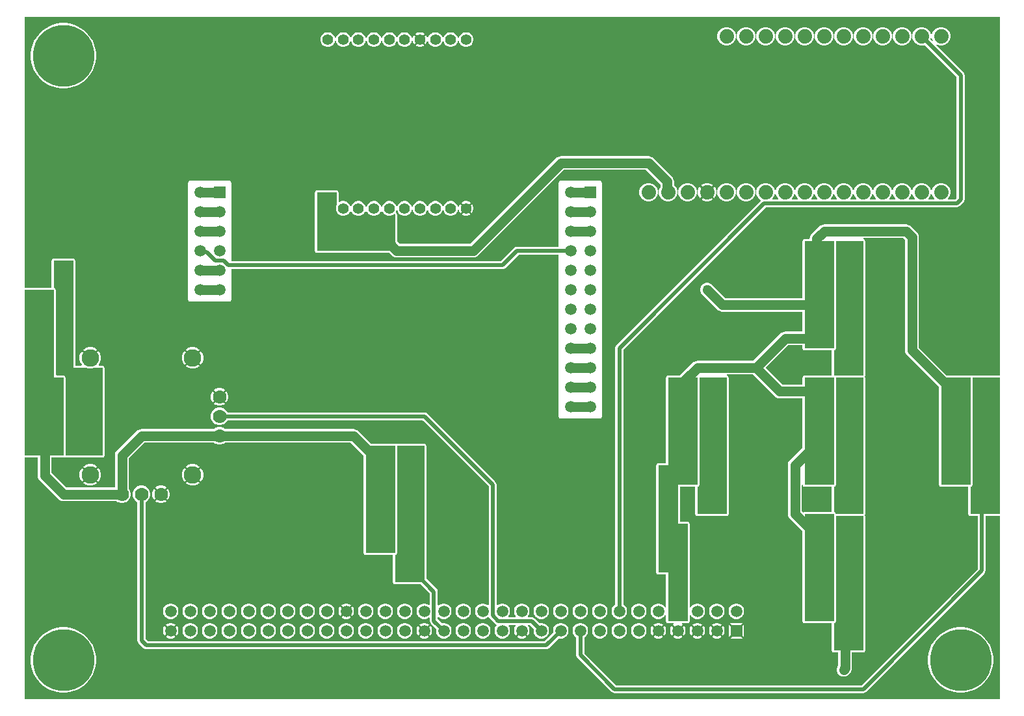
<source format=gtl>
G04*
G04 #@! TF.GenerationSoftware,Altium Limited,Altium Designer,22.9.1 (49)*
G04*
G04 Layer_Physical_Order=1*
G04 Layer_Color=255*
%FSLAX24Y24*%
%MOIN*%
G70*
G04*
G04 #@! TF.SameCoordinates,D869CEA3-EDD9-45C0-ACDC-C570693A3B7D*
G04*
G04*
G04 #@! TF.FilePolarity,Positive*
G04*
G01*
G75*
%ADD15R,0.0472X0.0717*%
%ADD25C,0.0551*%
%ADD26R,0.0551X0.0551*%
%ADD30C,0.0500*%
%ADD31C,0.0200*%
%ADD32C,0.3150*%
%ADD33R,0.0594X0.0594*%
%ADD34C,0.0594*%
%ADD35C,0.0591*%
%ADD36R,0.0591X0.0591*%
%ADD37R,0.0591X0.0591*%
%ADD38C,0.0700*%
%ADD39C,0.0900*%
%ADD40C,0.0740*%
%ADD41C,0.0157*%
%ADD42C,0.0500*%
G36*
X59000Y28000D02*
X57500D01*
Y33500D01*
X59000D01*
Y28000D01*
D02*
G37*
G36*
X67500Y26602D02*
X66102D01*
X66063Y26594D01*
X66051Y26586D01*
X66039Y26594D01*
X66000Y26602D01*
X64791D01*
X63353Y28040D01*
Y33707D01*
X63341Y33798D01*
X63306Y33884D01*
X63250Y33957D01*
X62957Y34250D01*
X62884Y34306D01*
X62798Y34341D01*
X62707Y34353D01*
X58500D01*
X58409Y34341D01*
X58323Y34306D01*
X58250Y34250D01*
X57865Y33864D01*
X57808Y33791D01*
X57773Y33706D01*
X57761Y33614D01*
Y33602D01*
X57500D01*
X57461Y33594D01*
X57428Y33572D01*
X57406Y33539D01*
X57398Y33500D01*
Y30573D01*
X53426D01*
X52750Y31250D01*
X52731Y31264D01*
X52715Y31280D01*
X52695Y31292D01*
X52677Y31306D01*
X52655Y31315D01*
X52635Y31326D01*
X52613Y31332D01*
X52591Y31341D01*
X52568Y31344D01*
X52546Y31350D01*
X52523D01*
X52500Y31353D01*
X52477Y31350D01*
X52454D01*
X52432Y31344D01*
X52409Y31341D01*
X52387Y31332D01*
X52365Y31326D01*
X52345Y31315D01*
X52323Y31306D01*
X52305Y31292D01*
X52285Y31280D01*
X52269Y31264D01*
X52250Y31250D01*
X52236Y31231D01*
X52220Y31215D01*
X52208Y31195D01*
X52194Y31177D01*
X52185Y31155D01*
X52174Y31135D01*
X52168Y31113D01*
X52159Y31091D01*
X52156Y31068D01*
X52150Y31046D01*
Y31023D01*
X52147Y31000D01*
X52150Y30977D01*
Y30954D01*
X52156Y30932D01*
X52159Y30909D01*
X52168Y30887D01*
X52174Y30865D01*
X52185Y30845D01*
X52194Y30823D01*
X52208Y30805D01*
X52220Y30785D01*
X52236Y30769D01*
X52250Y30750D01*
X53030Y29971D01*
X53103Y29915D01*
X53188Y29879D01*
X53280Y29867D01*
X57398D01*
Y28853D01*
X56500D01*
X56409Y28841D01*
X56323Y28806D01*
X56250Y28750D01*
X54854Y27353D01*
X52000D01*
X52000Y27353D01*
X51909Y27341D01*
X51823Y27306D01*
X51750Y27250D01*
X51103Y26602D01*
X50500D01*
X50461Y26594D01*
X50428Y26572D01*
X50406Y26539D01*
X50398Y26500D01*
Y22102D01*
X50000D01*
X49961Y22094D01*
X49928Y22072D01*
X49906Y22039D01*
X49898Y22000D01*
Y16500D01*
X49906Y16461D01*
X49928Y16428D01*
X49961Y16406D01*
X50000Y16398D01*
X50398D01*
Y14701D01*
X50348Y14688D01*
X50316Y14743D01*
X50243Y14816D01*
X50153Y14868D01*
X50052Y14895D01*
X49948D01*
X49847Y14868D01*
X49757Y14816D01*
X49684Y14743D01*
X49632Y14653D01*
X49605Y14552D01*
Y14448D01*
X49632Y14347D01*
X49684Y14257D01*
X49757Y14184D01*
X49847Y14132D01*
X49948Y14105D01*
X50052D01*
X50153Y14132D01*
X50243Y14184D01*
X50316Y14257D01*
X50348Y14312D01*
X50398Y14299D01*
Y14000D01*
X50406Y13961D01*
X50428Y13928D01*
X50461Y13906D01*
X50500Y13898D01*
X50799D01*
X50812Y13848D01*
X50757Y13816D01*
X50756Y13815D01*
X51000Y13571D01*
X51244Y13815D01*
X51243Y13816D01*
X51188Y13848D01*
X51201Y13898D01*
X51500D01*
X51539Y13906D01*
X51572Y13928D01*
X51594Y13961D01*
X51602Y14000D01*
Y14299D01*
X51652Y14312D01*
X51684Y14257D01*
X51757Y14184D01*
X51847Y14132D01*
X51948Y14105D01*
X52052D01*
X52153Y14132D01*
X52243Y14184D01*
X52316Y14257D01*
X52368Y14347D01*
X52395Y14448D01*
Y14552D01*
X52368Y14653D01*
X52316Y14743D01*
X52243Y14816D01*
X52153Y14868D01*
X52052Y14895D01*
X51948D01*
X51847Y14868D01*
X51757Y14816D01*
X51684Y14743D01*
X51652Y14688D01*
X51602Y14701D01*
Y19000D01*
X51594Y19039D01*
X51572Y19072D01*
X51539Y19094D01*
X51500Y19102D01*
X51102D01*
Y20898D01*
X51898D01*
Y19500D01*
X51906Y19461D01*
X51928Y19428D01*
X51961Y19406D01*
X52000Y19398D01*
X53500D01*
X53539Y19406D01*
X53572Y19428D01*
X53594Y19461D01*
X53602Y19500D01*
Y26500D01*
X53594Y26539D01*
X53572Y26572D01*
X53539Y26594D01*
X53525Y26597D01*
X53530Y26647D01*
X54854D01*
X55971Y25530D01*
X56044Y25474D01*
X56129Y25439D01*
X56220Y25427D01*
X57398D01*
Y22897D01*
X56750Y22250D01*
X56694Y22177D01*
X56659Y22091D01*
X56647Y22000D01*
Y19500D01*
X56659Y19409D01*
X56694Y19323D01*
X56750Y19250D01*
X57398Y18603D01*
Y14000D01*
X57406Y13961D01*
X57428Y13928D01*
X57461Y13906D01*
X57500Y13898D01*
X58898D01*
Y12500D01*
X58906Y12461D01*
X58928Y12428D01*
X58961Y12406D01*
X59000Y12398D01*
X59222D01*
Y11717D01*
X59220Y11715D01*
X59208Y11695D01*
X59194Y11677D01*
X59185Y11655D01*
X59174Y11635D01*
X59168Y11613D01*
X59159Y11591D01*
X59156Y11568D01*
X59150Y11546D01*
Y11523D01*
X59147Y11500D01*
X59150Y11477D01*
Y11454D01*
X59156Y11432D01*
X59159Y11409D01*
X59168Y11387D01*
X59174Y11365D01*
X59185Y11345D01*
X59194Y11323D01*
X59208Y11305D01*
X59220Y11285D01*
X59236Y11269D01*
X59250Y11250D01*
X59269Y11236D01*
X59285Y11220D01*
X59305Y11208D01*
X59323Y11194D01*
X59345Y11185D01*
X59365Y11174D01*
X59387Y11168D01*
X59409Y11159D01*
X59432Y11156D01*
X59454Y11150D01*
X59477D01*
X59500Y11147D01*
X59523Y11150D01*
X59546D01*
X59568Y11156D01*
X59591Y11159D01*
X59613Y11168D01*
X59635Y11174D01*
X59655Y11185D01*
X59677Y11194D01*
X59695Y11208D01*
X59715Y11220D01*
X59731Y11236D01*
X59750Y11250D01*
X59824Y11325D01*
X59881Y11398D01*
X59916Y11483D01*
X59928Y11575D01*
Y12398D01*
X60500D01*
X60539Y12406D01*
X60572Y12428D01*
X60594Y12461D01*
X60602Y12500D01*
Y19398D01*
X60594Y19437D01*
X60586Y19449D01*
X60594Y19461D01*
X60602Y19500D01*
Y26500D01*
X60594Y26539D01*
X60586Y26551D01*
X60594Y26563D01*
X60602Y26602D01*
Y33500D01*
X60594Y33539D01*
X60572Y33572D01*
X60539Y33594D01*
X60525Y33597D01*
X60530Y33647D01*
X62561D01*
X62647Y33561D01*
Y27894D01*
X62659Y27802D01*
X62694Y27717D01*
X62750Y27644D01*
X64398Y25996D01*
Y21000D01*
X64406Y20961D01*
X64428Y20928D01*
X64461Y20906D01*
X64500Y20898D01*
X65898D01*
Y19500D01*
X65906Y19461D01*
X65928Y19428D01*
X65961Y19406D01*
X66000Y19398D01*
X66371D01*
Y16659D01*
X60416Y10704D01*
X47834D01*
X46204Y12334D01*
Y13161D01*
X46243Y13184D01*
X46316Y13257D01*
X46368Y13347D01*
X46395Y13448D01*
Y13552D01*
X46368Y13653D01*
X46316Y13743D01*
X46243Y13816D01*
X46153Y13868D01*
X46052Y13895D01*
X45948D01*
X45847Y13868D01*
X45757Y13816D01*
X45684Y13743D01*
X45632Y13653D01*
X45605Y13552D01*
Y13448D01*
X45632Y13347D01*
X45684Y13257D01*
X45757Y13184D01*
X45796Y13161D01*
Y12250D01*
X45812Y12172D01*
X45856Y12106D01*
X47606Y10356D01*
X47672Y10312D01*
X47750Y10296D01*
X60500D01*
X60578Y10312D01*
X60644Y10356D01*
X66719Y16431D01*
X66763Y16497D01*
X66779Y16575D01*
Y19398D01*
X67500D01*
Y10000D01*
X17500D01*
Y22398D01*
X18185D01*
Y21462D01*
X18197Y21370D01*
X18233Y21285D01*
X18289Y21212D01*
X19250Y20250D01*
X19323Y20194D01*
X19409Y20159D01*
X19500Y20147D01*
X22217D01*
X22224Y20140D01*
X22326Y20081D01*
X22441Y20050D01*
X22559D01*
X22674Y20081D01*
X22776Y20140D01*
X22860Y20224D01*
X22919Y20326D01*
X22950Y20441D01*
Y20559D01*
X22919Y20674D01*
X22860Y20776D01*
X22853Y20783D01*
Y22354D01*
X23646Y23147D01*
X27217D01*
X27224Y23140D01*
X27326Y23081D01*
X27441Y23050D01*
X27559D01*
X27674Y23081D01*
X27776Y23140D01*
X27783Y23147D01*
X34222D01*
X34898Y22471D01*
Y17500D01*
X34906Y17461D01*
X34928Y17428D01*
X34961Y17406D01*
X35000Y17398D01*
X36398D01*
Y16000D01*
X36406Y15961D01*
X36428Y15928D01*
X36461Y15906D01*
X36500Y15898D01*
X37814D01*
X38291Y15420D01*
Y14833D01*
X38245Y14814D01*
X38243Y14816D01*
X38153Y14868D01*
X38052Y14895D01*
X37948D01*
X37847Y14868D01*
X37757Y14816D01*
X37684Y14743D01*
X37632Y14653D01*
X37605Y14552D01*
Y14448D01*
X37632Y14347D01*
X37684Y14257D01*
X37757Y14184D01*
X37847Y14132D01*
X37948Y14105D01*
X38052D01*
X38153Y14132D01*
X38243Y14184D01*
X38245Y14186D01*
X38291Y14167D01*
Y14005D01*
X38307Y13927D01*
X38351Y13861D01*
X38616Y13595D01*
X38605Y13552D01*
Y13448D01*
X38632Y13347D01*
X38684Y13257D01*
X38757Y13184D01*
X38847Y13132D01*
X38948Y13105D01*
X39052D01*
X39153Y13132D01*
X39243Y13184D01*
X39316Y13257D01*
X39368Y13347D01*
X39395Y13448D01*
Y13552D01*
X39368Y13653D01*
X39316Y13743D01*
X39243Y13816D01*
X39153Y13868D01*
X39052Y13895D01*
X38948D01*
X38905Y13884D01*
X38699Y14089D01*
Y14176D01*
X38745Y14196D01*
X38757Y14184D01*
X38847Y14132D01*
X38948Y14105D01*
X39052D01*
X39153Y14132D01*
X39243Y14184D01*
X39316Y14257D01*
X39368Y14347D01*
X39395Y14448D01*
Y14552D01*
X39368Y14653D01*
X39316Y14743D01*
X39243Y14816D01*
X39153Y14868D01*
X39052Y14895D01*
X38948D01*
X38847Y14868D01*
X38757Y14816D01*
X38745Y14804D01*
X38699Y14824D01*
Y15505D01*
X38684Y15583D01*
X38639Y15649D01*
X38102Y16186D01*
Y23000D01*
X38094Y23039D01*
X38072Y23072D01*
X38039Y23094D01*
X38000Y23102D01*
X36602D01*
X36563Y23094D01*
X36551Y23086D01*
X36539Y23094D01*
X36500Y23102D01*
X35266D01*
X34618Y23750D01*
X34545Y23806D01*
X34460Y23841D01*
X34368Y23853D01*
X27783D01*
X27776Y23860D01*
X27674Y23919D01*
X27559Y23950D01*
X27441D01*
X27326Y23919D01*
X27224Y23860D01*
X27217Y23853D01*
X23500D01*
X23500Y23853D01*
X23409Y23841D01*
X23323Y23806D01*
X23250Y23750D01*
X22250Y22750D01*
X22194Y22677D01*
X22159Y22591D01*
X22147Y22500D01*
Y20853D01*
X19646D01*
X18891Y21608D01*
Y22398D01*
X19500D01*
X19539Y22406D01*
X19551Y22414D01*
X19563Y22406D01*
X19602Y22398D01*
X21500D01*
X21539Y22406D01*
X21572Y22428D01*
X21594Y22461D01*
X21602Y22500D01*
Y27000D01*
X21594Y27039D01*
X21572Y27072D01*
X21539Y27094D01*
X21500Y27102D01*
X21320D01*
X21301Y27148D01*
X21315Y27162D01*
X21388Y27288D01*
X21425Y27428D01*
Y27572D01*
X21388Y27712D01*
X21315Y27838D01*
X21299Y27854D01*
X20910Y27465D01*
X20875Y27500D01*
X20840Y27465D01*
X20451Y27854D01*
X20435Y27838D01*
X20362Y27712D01*
X20325Y27572D01*
Y27428D01*
X20362Y27288D01*
X20435Y27162D01*
X20449Y27148D01*
X20430Y27102D01*
X20102D01*
Y32500D01*
X20094Y32539D01*
X20072Y32572D01*
X20039Y32594D01*
X20000Y32602D01*
X19000D01*
X18961Y32594D01*
X18928Y32572D01*
X18906Y32539D01*
X18898Y32500D01*
Y31102D01*
X17500D01*
Y45000D01*
X67500D01*
Y26602D01*
D02*
G37*
G36*
X60500D02*
X59102D01*
X59063Y26594D01*
X59051Y26586D01*
X59039Y26594D01*
X59000Y26602D01*
Y27898D01*
X59039Y27906D01*
X59072Y27928D01*
X59094Y27961D01*
X59102Y28000D01*
Y33500D01*
X60500D01*
Y26602D01*
D02*
G37*
G36*
X57398Y28000D02*
X57406Y27961D01*
X57428Y27928D01*
X57461Y27906D01*
X57500Y27898D01*
X58898D01*
Y26602D01*
X57500D01*
X57461Y26594D01*
X57428Y26572D01*
X57406Y26539D01*
X57398Y26500D01*
Y26133D01*
X56367D01*
X55499Y27000D01*
X56646Y28147D01*
X57398D01*
Y28000D01*
D02*
G37*
G36*
X20000Y27000D02*
X20641D01*
X20663Y26987D01*
X20803Y26950D01*
X20947D01*
X21087Y26987D01*
X21109Y27000D01*
X21500D01*
Y22500D01*
X19602D01*
Y26500D01*
X19594Y26539D01*
X19572Y26572D01*
X19539Y26594D01*
X19500Y26602D01*
X19148D01*
X19102Y26648D01*
Y31000D01*
X19094Y31039D01*
X19072Y31072D01*
X19039Y31094D01*
X19000Y31102D01*
Y32500D01*
X20000D01*
Y27000D01*
D02*
G37*
G36*
X19000Y26500D02*
X19500D01*
Y22500D01*
X17500D01*
Y31000D01*
X19000D01*
Y26500D01*
D02*
G37*
G36*
X66000Y21000D02*
X64500D01*
Y26500D01*
X66000D01*
Y21000D01*
D02*
G37*
G36*
X59000D02*
X57500D01*
Y26500D01*
X59000D01*
Y21000D01*
D02*
G37*
G36*
X57406Y20961D02*
X57428Y20928D01*
X57461Y20906D01*
X57500Y20898D01*
X58898D01*
Y19602D01*
X57500D01*
X57461Y19594D01*
X57428Y19572D01*
X57427Y19572D01*
X57353Y19646D01*
Y20970D01*
X57403Y20975D01*
X57406Y20961D01*
D02*
G37*
G36*
X67500Y19500D02*
X66000D01*
Y20898D01*
X66039Y20906D01*
X66072Y20928D01*
X66094Y20961D01*
X66102Y21000D01*
Y26500D01*
X67500D01*
Y19500D01*
D02*
G37*
G36*
X60500D02*
X59102D01*
X59094Y19539D01*
X59072Y19572D01*
X59039Y19594D01*
X59000Y19602D01*
Y20898D01*
X59039Y20906D01*
X59072Y20928D01*
X59094Y20961D01*
X59102Y21000D01*
Y26500D01*
X60500D01*
Y19500D01*
D02*
G37*
G36*
X53500D02*
X52000D01*
Y20898D01*
X52039Y20906D01*
X52072Y20928D01*
X52094Y20961D01*
X52102Y21000D01*
Y26500D01*
X53500D01*
Y19500D01*
D02*
G37*
G36*
X36500Y17500D02*
X35000D01*
Y23000D01*
X36500D01*
Y17500D01*
D02*
G37*
G36*
X38000Y16000D02*
X36500D01*
Y17398D01*
X36539Y17406D01*
X36572Y17428D01*
X36594Y17461D01*
X36602Y17500D01*
Y23000D01*
X38000D01*
Y16000D01*
D02*
G37*
G36*
X59000Y14000D02*
X57500D01*
Y19500D01*
X59000D01*
Y14000D01*
D02*
G37*
G36*
X52000Y21000D02*
X51000D01*
Y19000D01*
X51500D01*
Y14000D01*
X50500D01*
Y16500D01*
X50000D01*
Y22000D01*
X50500D01*
Y26500D01*
X52000D01*
Y21000D01*
D02*
G37*
G36*
X60500Y12500D02*
X59000D01*
Y13898D01*
X59039Y13906D01*
X59072Y13928D01*
X59094Y13961D01*
X59102Y14000D01*
Y19398D01*
X60500D01*
Y12500D01*
D02*
G37*
%LPC*%
G36*
X40191Y44206D02*
X40092D01*
X39997Y44181D01*
X39911Y44131D01*
X39841Y44061D01*
X39792Y43976D01*
X39774Y43909D01*
X39722D01*
X39704Y43976D01*
X39655Y44061D01*
X39585Y44131D01*
X39499Y44181D01*
X39404Y44206D01*
X39305D01*
X39209Y44181D01*
X39124Y44131D01*
X39054Y44061D01*
X39004Y43976D01*
X38987Y43909D01*
X38935D01*
X38917Y43976D01*
X38867Y44061D01*
X38798Y44131D01*
X38712Y44181D01*
X38616Y44206D01*
X38517D01*
X38422Y44181D01*
X38336Y44131D01*
X38266Y44061D01*
X38217Y43976D01*
X38199Y43909D01*
X38147D01*
X38130Y43976D01*
X38080Y44061D01*
X37850Y43831D01*
X38080Y43601D01*
X38130Y43686D01*
X38147Y43752D01*
X38199D01*
X38217Y43686D01*
X38266Y43600D01*
X38336Y43530D01*
X38422Y43481D01*
X38517Y43455D01*
X38616D01*
X38712Y43481D01*
X38798Y43530D01*
X38867Y43600D01*
X38917Y43686D01*
X38935Y43752D01*
X38987D01*
X39004Y43686D01*
X39054Y43600D01*
X39124Y43530D01*
X39209Y43481D01*
X39305Y43455D01*
X39404D01*
X39499Y43481D01*
X39585Y43530D01*
X39655Y43600D01*
X39704Y43686D01*
X39722Y43752D01*
X39774D01*
X39792Y43686D01*
X39841Y43600D01*
X39911Y43530D01*
X39997Y43481D01*
X40092Y43455D01*
X40191D01*
X40287Y43481D01*
X40372Y43530D01*
X40442Y43600D01*
X40492Y43686D01*
X40517Y43781D01*
Y43880D01*
X40492Y43976D01*
X40442Y44061D01*
X40372Y44131D01*
X40287Y44181D01*
X40191Y44206D01*
D02*
G37*
G36*
X37042D02*
X36943D01*
X36847Y44181D01*
X36762Y44131D01*
X36692Y44061D01*
X36642Y43976D01*
X36624Y43909D01*
X36573D01*
X36555Y43976D01*
X36505Y44061D01*
X36435Y44131D01*
X36350Y44181D01*
X36254Y44206D01*
X36155D01*
X36060Y44181D01*
X35974Y44131D01*
X35904Y44061D01*
X35855Y43976D01*
X35837Y43909D01*
X35785D01*
X35767Y43976D01*
X35718Y44061D01*
X35648Y44131D01*
X35562Y44181D01*
X35467Y44206D01*
X35368D01*
X35272Y44181D01*
X35187Y44131D01*
X35117Y44061D01*
X35067Y43976D01*
X35050Y43909D01*
X34998D01*
X34980Y43976D01*
X34930Y44061D01*
X34861Y44131D01*
X34775Y44181D01*
X34679Y44206D01*
X34580D01*
X34485Y44181D01*
X34399Y44131D01*
X34329Y44061D01*
X34280Y43976D01*
X34262Y43909D01*
X34210D01*
X34193Y43976D01*
X34143Y44061D01*
X34073Y44131D01*
X33987Y44181D01*
X33892Y44206D01*
X33793D01*
X33698Y44181D01*
X33612Y44131D01*
X33542Y44061D01*
X33493Y43976D01*
X33475Y43909D01*
X33423D01*
X33405Y43976D01*
X33356Y44061D01*
X33286Y44131D01*
X33200Y44181D01*
X33105Y44206D01*
X33006D01*
X32910Y44181D01*
X32824Y44131D01*
X32755Y44061D01*
X32705Y43976D01*
X32680Y43880D01*
Y43781D01*
X32705Y43686D01*
X32755Y43600D01*
X32824Y43530D01*
X32910Y43481D01*
X33006Y43455D01*
X33105D01*
X33200Y43481D01*
X33286Y43530D01*
X33356Y43600D01*
X33405Y43686D01*
X33423Y43752D01*
X33475D01*
X33493Y43686D01*
X33542Y43600D01*
X33612Y43530D01*
X33698Y43481D01*
X33793Y43455D01*
X33892D01*
X33987Y43481D01*
X34073Y43530D01*
X34143Y43600D01*
X34193Y43686D01*
X34210Y43752D01*
X34262D01*
X34280Y43686D01*
X34329Y43600D01*
X34399Y43530D01*
X34485Y43481D01*
X34580Y43455D01*
X34679D01*
X34775Y43481D01*
X34861Y43530D01*
X34930Y43600D01*
X34980Y43686D01*
X34998Y43752D01*
X35050D01*
X35067Y43686D01*
X35117Y43600D01*
X35187Y43530D01*
X35272Y43481D01*
X35368Y43455D01*
X35467D01*
X35562Y43481D01*
X35648Y43530D01*
X35718Y43600D01*
X35767Y43686D01*
X35785Y43752D01*
X35837D01*
X35855Y43686D01*
X35904Y43600D01*
X35974Y43530D01*
X36060Y43481D01*
X36155Y43455D01*
X36254D01*
X36350Y43481D01*
X36435Y43530D01*
X36505Y43600D01*
X36555Y43686D01*
X36573Y43752D01*
X36624D01*
X36642Y43686D01*
X36692Y43600D01*
X36762Y43530D01*
X36847Y43481D01*
X36943Y43455D01*
X37042D01*
X37137Y43481D01*
X37223Y43530D01*
X37293Y43600D01*
X37342Y43686D01*
X37360Y43752D01*
X37412D01*
X37430Y43686D01*
X37479Y43601D01*
X37709Y43831D01*
X37479Y44061D01*
X37430Y43976D01*
X37412Y43909D01*
X37360D01*
X37342Y43976D01*
X37293Y44061D01*
X37223Y44131D01*
X37137Y44181D01*
X37042Y44206D01*
D02*
G37*
G36*
X37829D02*
X37730D01*
X37635Y44181D01*
X37549Y44132D01*
X37780Y43901D01*
X38010Y44132D01*
X37924Y44181D01*
X37829Y44206D01*
D02*
G37*
G36*
X64562Y44470D02*
X64438D01*
X64319Y44438D01*
X64211Y44376D01*
X64124Y44289D01*
X64062Y44181D01*
X64030Y44062D01*
Y43938D01*
X64062Y43819D01*
X64091Y43768D01*
X64051Y43737D01*
X63945Y43844D01*
X63970Y43938D01*
Y44062D01*
X63938Y44181D01*
X63876Y44289D01*
X63789Y44376D01*
X63681Y44438D01*
X63562Y44470D01*
X63438D01*
X63319Y44438D01*
X63211Y44376D01*
X63124Y44289D01*
X63062Y44181D01*
X63030Y44062D01*
Y43938D01*
X63062Y43819D01*
X63124Y43711D01*
X63211Y43624D01*
X63319Y43562D01*
X63438Y43530D01*
X63562D01*
X63656Y43555D01*
X65296Y41916D01*
Y35702D01*
X65228Y35634D01*
X64864D01*
X64845Y35680D01*
X64876Y35711D01*
X64938Y35819D01*
X64970Y35938D01*
Y36062D01*
X64938Y36181D01*
X64876Y36289D01*
X64789Y36376D01*
X64681Y36438D01*
X64562Y36470D01*
X64438D01*
X64319Y36438D01*
X64211Y36376D01*
X64124Y36289D01*
X64062Y36181D01*
X64030Y36062D01*
Y35938D01*
X64062Y35819D01*
X64124Y35711D01*
X64155Y35680D01*
X64136Y35634D01*
X63864D01*
X63845Y35680D01*
X63876Y35711D01*
X63938Y35819D01*
X63970Y35938D01*
Y36062D01*
X63938Y36181D01*
X63876Y36289D01*
X63789Y36376D01*
X63681Y36438D01*
X63562Y36470D01*
X63438D01*
X63319Y36438D01*
X63211Y36376D01*
X63124Y36289D01*
X63062Y36181D01*
X63030Y36062D01*
Y35938D01*
X63062Y35819D01*
X63124Y35711D01*
X63155Y35680D01*
X63136Y35634D01*
X62864D01*
X62845Y35680D01*
X62876Y35711D01*
X62938Y35819D01*
X62970Y35938D01*
Y36062D01*
X62938Y36181D01*
X62876Y36289D01*
X62789Y36376D01*
X62681Y36438D01*
X62562Y36470D01*
X62438D01*
X62319Y36438D01*
X62211Y36376D01*
X62124Y36289D01*
X62062Y36181D01*
X62030Y36062D01*
Y35938D01*
X62062Y35819D01*
X62124Y35711D01*
X62155Y35680D01*
X62136Y35634D01*
X61864D01*
X61845Y35680D01*
X61876Y35711D01*
X61938Y35819D01*
X61970Y35938D01*
Y36062D01*
X61938Y36181D01*
X61876Y36289D01*
X61789Y36376D01*
X61681Y36438D01*
X61562Y36470D01*
X61438D01*
X61319Y36438D01*
X61211Y36376D01*
X61124Y36289D01*
X61062Y36181D01*
X61030Y36062D01*
Y35938D01*
X61062Y35819D01*
X61124Y35711D01*
X61155Y35680D01*
X61136Y35634D01*
X60864D01*
X60845Y35680D01*
X60876Y35711D01*
X60938Y35819D01*
X60970Y35938D01*
Y36062D01*
X60938Y36181D01*
X60876Y36289D01*
X60789Y36376D01*
X60681Y36438D01*
X60562Y36470D01*
X60438D01*
X60319Y36438D01*
X60211Y36376D01*
X60124Y36289D01*
X60062Y36181D01*
X60030Y36062D01*
Y35938D01*
X60062Y35819D01*
X60124Y35711D01*
X60155Y35680D01*
X60136Y35634D01*
X59864D01*
X59845Y35680D01*
X59876Y35711D01*
X59938Y35819D01*
X59970Y35938D01*
Y36062D01*
X59938Y36181D01*
X59876Y36289D01*
X59789Y36376D01*
X59681Y36438D01*
X59562Y36470D01*
X59438D01*
X59319Y36438D01*
X59211Y36376D01*
X59124Y36289D01*
X59062Y36181D01*
X59030Y36062D01*
Y35938D01*
X59062Y35819D01*
X59124Y35711D01*
X59155Y35680D01*
X59136Y35634D01*
X58864D01*
X58845Y35680D01*
X58876Y35711D01*
X58938Y35819D01*
X58970Y35938D01*
Y36062D01*
X58938Y36181D01*
X58876Y36289D01*
X58789Y36376D01*
X58681Y36438D01*
X58562Y36470D01*
X58438D01*
X58319Y36438D01*
X58211Y36376D01*
X58124Y36289D01*
X58062Y36181D01*
X58030Y36062D01*
Y35938D01*
X58062Y35819D01*
X58124Y35711D01*
X58155Y35680D01*
X58136Y35634D01*
X57864D01*
X57845Y35680D01*
X57876Y35711D01*
X57938Y35819D01*
X57970Y35938D01*
Y36062D01*
X57938Y36181D01*
X57876Y36289D01*
X57789Y36376D01*
X57681Y36438D01*
X57562Y36470D01*
X57438D01*
X57319Y36438D01*
X57211Y36376D01*
X57124Y36289D01*
X57062Y36181D01*
X57030Y36062D01*
Y35938D01*
X57062Y35819D01*
X57124Y35711D01*
X57155Y35680D01*
X57136Y35634D01*
X56864D01*
X56845Y35680D01*
X56876Y35711D01*
X56938Y35819D01*
X56970Y35938D01*
Y36062D01*
X56938Y36181D01*
X56876Y36289D01*
X56789Y36376D01*
X56681Y36438D01*
X56562Y36470D01*
X56438D01*
X56319Y36438D01*
X56211Y36376D01*
X56124Y36289D01*
X56062Y36181D01*
X56030Y36062D01*
Y35938D01*
X56062Y35819D01*
X56124Y35711D01*
X56155Y35680D01*
X56136Y35634D01*
X55864D01*
X55845Y35680D01*
X55876Y35711D01*
X55938Y35819D01*
X55970Y35938D01*
Y36062D01*
X55938Y36181D01*
X55876Y36289D01*
X55789Y36376D01*
X55681Y36438D01*
X55562Y36470D01*
X55438D01*
X55319Y36438D01*
X55211Y36376D01*
X55124Y36289D01*
X55062Y36181D01*
X55030Y36062D01*
Y35938D01*
X55062Y35819D01*
X55124Y35711D01*
X55211Y35624D01*
X55245Y35604D01*
X55253Y35542D01*
X47856Y28144D01*
X47812Y28078D01*
X47796Y28000D01*
Y14839D01*
X47757Y14816D01*
X47684Y14743D01*
X47632Y14653D01*
X47605Y14552D01*
Y14448D01*
X47632Y14347D01*
X47684Y14257D01*
X47757Y14184D01*
X47847Y14132D01*
X47948Y14105D01*
X48052D01*
X48153Y14132D01*
X48243Y14184D01*
X48316Y14257D01*
X48368Y14347D01*
X48395Y14448D01*
Y14552D01*
X48368Y14653D01*
X48316Y14743D01*
X48243Y14816D01*
X48204Y14839D01*
Y27916D01*
X55514Y35226D01*
X65313D01*
X65391Y35242D01*
X65457Y35286D01*
X65644Y35473D01*
X65688Y35539D01*
X65704Y35617D01*
Y42000D01*
X65688Y42078D01*
X65644Y42144D01*
X64237Y43551D01*
X64268Y43591D01*
X64319Y43562D01*
X64438Y43530D01*
X64562D01*
X64681Y43562D01*
X64789Y43624D01*
X64876Y43711D01*
X64938Y43819D01*
X64970Y43938D01*
Y44062D01*
X64938Y44181D01*
X64876Y44289D01*
X64789Y44376D01*
X64681Y44438D01*
X64562Y44470D01*
D02*
G37*
G36*
X62562D02*
X62438D01*
X62319Y44438D01*
X62211Y44376D01*
X62124Y44289D01*
X62062Y44181D01*
X62030Y44062D01*
Y43938D01*
X62062Y43819D01*
X62124Y43711D01*
X62211Y43624D01*
X62319Y43562D01*
X62438Y43530D01*
X62562D01*
X62681Y43562D01*
X62789Y43624D01*
X62876Y43711D01*
X62938Y43819D01*
X62970Y43938D01*
Y44062D01*
X62938Y44181D01*
X62876Y44289D01*
X62789Y44376D01*
X62681Y44438D01*
X62562Y44470D01*
D02*
G37*
G36*
X61562D02*
X61438D01*
X61319Y44438D01*
X61211Y44376D01*
X61124Y44289D01*
X61062Y44181D01*
X61030Y44062D01*
Y43938D01*
X61062Y43819D01*
X61124Y43711D01*
X61211Y43624D01*
X61319Y43562D01*
X61438Y43530D01*
X61562D01*
X61681Y43562D01*
X61789Y43624D01*
X61876Y43711D01*
X61938Y43819D01*
X61970Y43938D01*
Y44062D01*
X61938Y44181D01*
X61876Y44289D01*
X61789Y44376D01*
X61681Y44438D01*
X61562Y44470D01*
D02*
G37*
G36*
X60562D02*
X60438D01*
X60319Y44438D01*
X60211Y44376D01*
X60124Y44289D01*
X60062Y44181D01*
X60030Y44062D01*
Y43938D01*
X60062Y43819D01*
X60124Y43711D01*
X60211Y43624D01*
X60319Y43562D01*
X60438Y43530D01*
X60562D01*
X60681Y43562D01*
X60789Y43624D01*
X60876Y43711D01*
X60938Y43819D01*
X60970Y43938D01*
Y44062D01*
X60938Y44181D01*
X60876Y44289D01*
X60789Y44376D01*
X60681Y44438D01*
X60562Y44470D01*
D02*
G37*
G36*
X59562D02*
X59438D01*
X59319Y44438D01*
X59211Y44376D01*
X59124Y44289D01*
X59062Y44181D01*
X59030Y44062D01*
Y43938D01*
X59062Y43819D01*
X59124Y43711D01*
X59211Y43624D01*
X59319Y43562D01*
X59438Y43530D01*
X59562D01*
X59681Y43562D01*
X59789Y43624D01*
X59876Y43711D01*
X59938Y43819D01*
X59970Y43938D01*
Y44062D01*
X59938Y44181D01*
X59876Y44289D01*
X59789Y44376D01*
X59681Y44438D01*
X59562Y44470D01*
D02*
G37*
G36*
X58562D02*
X58438D01*
X58319Y44438D01*
X58211Y44376D01*
X58124Y44289D01*
X58062Y44181D01*
X58030Y44062D01*
Y43938D01*
X58062Y43819D01*
X58124Y43711D01*
X58211Y43624D01*
X58319Y43562D01*
X58438Y43530D01*
X58562D01*
X58681Y43562D01*
X58789Y43624D01*
X58876Y43711D01*
X58938Y43819D01*
X58970Y43938D01*
Y44062D01*
X58938Y44181D01*
X58876Y44289D01*
X58789Y44376D01*
X58681Y44438D01*
X58562Y44470D01*
D02*
G37*
G36*
X57562D02*
X57438D01*
X57319Y44438D01*
X57211Y44376D01*
X57124Y44289D01*
X57062Y44181D01*
X57030Y44062D01*
Y43938D01*
X57062Y43819D01*
X57124Y43711D01*
X57211Y43624D01*
X57319Y43562D01*
X57438Y43530D01*
X57562D01*
X57681Y43562D01*
X57789Y43624D01*
X57876Y43711D01*
X57938Y43819D01*
X57970Y43938D01*
Y44062D01*
X57938Y44181D01*
X57876Y44289D01*
X57789Y44376D01*
X57681Y44438D01*
X57562Y44470D01*
D02*
G37*
G36*
X56562D02*
X56438D01*
X56319Y44438D01*
X56211Y44376D01*
X56124Y44289D01*
X56062Y44181D01*
X56030Y44062D01*
Y43938D01*
X56062Y43819D01*
X56124Y43711D01*
X56211Y43624D01*
X56319Y43562D01*
X56438Y43530D01*
X56562D01*
X56681Y43562D01*
X56789Y43624D01*
X56876Y43711D01*
X56938Y43819D01*
X56970Y43938D01*
Y44062D01*
X56938Y44181D01*
X56876Y44289D01*
X56789Y44376D01*
X56681Y44438D01*
X56562Y44470D01*
D02*
G37*
G36*
X55562D02*
X55438D01*
X55319Y44438D01*
X55211Y44376D01*
X55124Y44289D01*
X55062Y44181D01*
X55030Y44062D01*
Y43938D01*
X55062Y43819D01*
X55124Y43711D01*
X55211Y43624D01*
X55319Y43562D01*
X55438Y43530D01*
X55562D01*
X55681Y43562D01*
X55789Y43624D01*
X55876Y43711D01*
X55938Y43819D01*
X55970Y43938D01*
Y44062D01*
X55938Y44181D01*
X55876Y44289D01*
X55789Y44376D01*
X55681Y44438D01*
X55562Y44470D01*
D02*
G37*
G36*
X54562D02*
X54438D01*
X54319Y44438D01*
X54211Y44376D01*
X54124Y44289D01*
X54062Y44181D01*
X54030Y44062D01*
Y43938D01*
X54062Y43819D01*
X54124Y43711D01*
X54211Y43624D01*
X54319Y43562D01*
X54438Y43530D01*
X54562D01*
X54681Y43562D01*
X54789Y43624D01*
X54876Y43711D01*
X54938Y43819D01*
X54970Y43938D01*
Y44062D01*
X54938Y44181D01*
X54876Y44289D01*
X54789Y44376D01*
X54681Y44438D01*
X54562Y44470D01*
D02*
G37*
G36*
X53562D02*
X53438D01*
X53319Y44438D01*
X53211Y44376D01*
X53124Y44289D01*
X53062Y44181D01*
X53030Y44062D01*
Y43938D01*
X53062Y43819D01*
X53124Y43711D01*
X53211Y43624D01*
X53319Y43562D01*
X53438Y43530D01*
X53562D01*
X53681Y43562D01*
X53789Y43624D01*
X53876Y43711D01*
X53938Y43819D01*
X53970Y43938D01*
Y44062D01*
X53938Y44181D01*
X53876Y44289D01*
X53789Y44376D01*
X53681Y44438D01*
X53562Y44470D01*
D02*
G37*
G36*
X37780Y43760D02*
X37549Y43530D01*
X37635Y43481D01*
X37730Y43455D01*
X37829D01*
X37924Y43481D01*
X38010Y43530D01*
X37780Y43760D01*
D02*
G37*
G36*
X19610Y44675D02*
X19390D01*
X19173Y44646D01*
X18960Y44589D01*
X18758Y44505D01*
X18568Y44396D01*
X18393Y44262D01*
X18238Y44107D01*
X18104Y43932D01*
X17995Y43742D01*
X17911Y43540D01*
X17854Y43327D01*
X17825Y43110D01*
Y42890D01*
X17854Y42673D01*
X17911Y42460D01*
X17995Y42258D01*
X18104Y42068D01*
X18238Y41893D01*
X18393Y41738D01*
X18568Y41604D01*
X18758Y41495D01*
X18960Y41411D01*
X19173Y41354D01*
X19390Y41325D01*
X19610D01*
X19827Y41354D01*
X20040Y41411D01*
X20242Y41495D01*
X20432Y41604D01*
X20607Y41738D01*
X20762Y41893D01*
X20896Y42068D01*
X21005Y42258D01*
X21089Y42460D01*
X21146Y42673D01*
X21175Y42890D01*
Y43110D01*
X21146Y43327D01*
X21089Y43540D01*
X21005Y43742D01*
X20896Y43932D01*
X20762Y44107D01*
X20607Y44262D01*
X20432Y44396D01*
X20242Y44505D01*
X20040Y44589D01*
X19827Y44646D01*
X19610Y44675D01*
D02*
G37*
G36*
X52562Y36470D02*
X52438D01*
X52319Y36438D01*
X52211Y36376D01*
X52203Y36368D01*
X52500Y36071D01*
X52797Y36368D01*
X52789Y36376D01*
X52681Y36438D01*
X52562Y36470D01*
D02*
G37*
G36*
X52868Y36297D02*
X52571Y36000D01*
X52868Y35703D01*
X52876Y35711D01*
X52938Y35819D01*
X52970Y35938D01*
Y36062D01*
X52938Y36181D01*
X52876Y36289D01*
X52868Y36297D01*
D02*
G37*
G36*
X52132D02*
X52124Y36289D01*
X52062Y36181D01*
X52030Y36062D01*
Y35938D01*
X52062Y35819D01*
X52124Y35711D01*
X52132Y35703D01*
X52429Y36000D01*
X52132Y36297D01*
D02*
G37*
G36*
X54562Y36470D02*
X54438D01*
X54319Y36438D01*
X54211Y36376D01*
X54124Y36289D01*
X54062Y36181D01*
X54030Y36062D01*
Y35938D01*
X54062Y35819D01*
X54124Y35711D01*
X54211Y35624D01*
X54319Y35562D01*
X54438Y35530D01*
X54562D01*
X54681Y35562D01*
X54789Y35624D01*
X54876Y35711D01*
X54938Y35819D01*
X54970Y35938D01*
Y36062D01*
X54938Y36181D01*
X54876Y36289D01*
X54789Y36376D01*
X54681Y36438D01*
X54562Y36470D01*
D02*
G37*
G36*
X53562D02*
X53438D01*
X53319Y36438D01*
X53211Y36376D01*
X53124Y36289D01*
X53062Y36181D01*
X53030Y36062D01*
Y35938D01*
X53062Y35819D01*
X53124Y35711D01*
X53211Y35624D01*
X53319Y35562D01*
X53438Y35530D01*
X53562D01*
X53681Y35562D01*
X53789Y35624D01*
X53876Y35711D01*
X53938Y35819D01*
X53970Y35938D01*
Y36062D01*
X53938Y36181D01*
X53876Y36289D01*
X53789Y36376D01*
X53681Y36438D01*
X53562Y36470D01*
D02*
G37*
G36*
X52500Y35929D02*
X52203Y35632D01*
X52211Y35624D01*
X52319Y35562D01*
X52438Y35530D01*
X52562D01*
X52681Y35562D01*
X52789Y35624D01*
X52797Y35632D01*
X52500Y35929D01*
D02*
G37*
G36*
X51562Y36470D02*
X51438D01*
X51319Y36438D01*
X51211Y36376D01*
X51124Y36289D01*
X51062Y36181D01*
X51030Y36062D01*
Y35938D01*
X51062Y35819D01*
X51124Y35711D01*
X51211Y35624D01*
X51319Y35562D01*
X51438Y35530D01*
X51562D01*
X51681Y35562D01*
X51789Y35624D01*
X51876Y35711D01*
X51938Y35819D01*
X51970Y35938D01*
Y36062D01*
X51938Y36181D01*
X51876Y36289D01*
X51789Y36376D01*
X51681Y36438D01*
X51562Y36470D01*
D02*
G37*
G36*
X49500Y37853D02*
X45000D01*
X44909Y37841D01*
X44823Y37806D01*
X44750Y37750D01*
X40354Y33353D01*
X36731D01*
X36602Y33482D01*
Y34868D01*
X36594Y34907D01*
X36572Y34940D01*
X36539Y34962D01*
X36547Y35011D01*
X36555Y35024D01*
X36573Y35091D01*
X36624D01*
X36642Y35024D01*
X36692Y34939D01*
X36762Y34869D01*
X36847Y34819D01*
X36943Y34794D01*
X37042D01*
X37137Y34819D01*
X37223Y34869D01*
X37293Y34939D01*
X37342Y35024D01*
X37360Y35091D01*
X37412D01*
X37430Y35024D01*
X37479Y34939D01*
X37549Y34869D01*
X37635Y34819D01*
X37730Y34794D01*
X37829D01*
X37924Y34819D01*
X38010Y34869D01*
X38080Y34939D01*
X38130Y35024D01*
X38147Y35091D01*
X38199D01*
X38217Y35024D01*
X38266Y34939D01*
X38336Y34869D01*
X38422Y34819D01*
X38517Y34794D01*
X38616D01*
X38712Y34819D01*
X38798Y34869D01*
X38867Y34939D01*
X38917Y35024D01*
X38935Y35091D01*
X38987D01*
X39004Y35024D01*
X39054Y34939D01*
X39124Y34869D01*
X39209Y34819D01*
X39305Y34794D01*
X39404D01*
X39499Y34819D01*
X39585Y34869D01*
X39655Y34939D01*
X39704Y35024D01*
X39722Y35091D01*
X39774D01*
X39792Y35024D01*
X39841Y34939D01*
X40071Y35169D01*
X39841Y35399D01*
X39792Y35314D01*
X39774Y35248D01*
X39722D01*
X39704Y35314D01*
X39655Y35400D01*
X39585Y35470D01*
X39499Y35519D01*
X39404Y35545D01*
X39305D01*
X39209Y35519D01*
X39124Y35470D01*
X39054Y35400D01*
X39004Y35314D01*
X38987Y35248D01*
X38935D01*
X38917Y35314D01*
X38867Y35400D01*
X38798Y35470D01*
X38712Y35519D01*
X38616Y35545D01*
X38517D01*
X38422Y35519D01*
X38336Y35470D01*
X38266Y35400D01*
X38217Y35314D01*
X38199Y35248D01*
X38147D01*
X38130Y35314D01*
X38080Y35400D01*
X38010Y35470D01*
X37924Y35519D01*
X37829Y35545D01*
X37730D01*
X37635Y35519D01*
X37549Y35470D01*
X37479Y35400D01*
X37430Y35314D01*
X37412Y35248D01*
X37360D01*
X37342Y35314D01*
X37293Y35400D01*
X37223Y35470D01*
X37137Y35519D01*
X37042Y35545D01*
X36943D01*
X36847Y35519D01*
X36762Y35470D01*
X36692Y35400D01*
X36642Y35314D01*
X36624Y35248D01*
X36573D01*
X36555Y35314D01*
X36505Y35400D01*
X36435Y35470D01*
X36350Y35519D01*
X36254Y35545D01*
X36155D01*
X36060Y35519D01*
X35974Y35470D01*
X35904Y35400D01*
X35855Y35314D01*
X35837Y35248D01*
X35785D01*
X35767Y35314D01*
X35718Y35400D01*
X35648Y35470D01*
X35562Y35519D01*
X35467Y35545D01*
X35368D01*
X35272Y35519D01*
X35187Y35470D01*
X35117Y35400D01*
X35067Y35314D01*
X35050Y35248D01*
X34998D01*
X34980Y35314D01*
X34930Y35400D01*
X34861Y35470D01*
X34775Y35519D01*
X34679Y35545D01*
X34580D01*
X34485Y35519D01*
X34399Y35470D01*
X34329Y35400D01*
X34280Y35314D01*
X34262Y35248D01*
X34210D01*
X34193Y35314D01*
X34143Y35400D01*
X34073Y35470D01*
X33987Y35519D01*
X33892Y35545D01*
X33793D01*
X33698Y35519D01*
X33652Y35493D01*
X33602Y35522D01*
Y36000D01*
X33594Y36039D01*
X33572Y36072D01*
X33539Y36094D01*
X33500Y36102D01*
X32500D01*
X32461Y36094D01*
X32428Y36072D01*
X32406Y36039D01*
X32398Y36000D01*
Y33000D01*
X32406Y32961D01*
X32428Y32928D01*
X32461Y32906D01*
X32500Y32898D01*
X36187D01*
X36335Y32750D01*
X36408Y32694D01*
X36493Y32659D01*
X36585Y32647D01*
X40500D01*
X40591Y32659D01*
X40677Y32694D01*
X40750Y32750D01*
X45146Y37147D01*
X49354D01*
X50105Y36396D01*
Y36256D01*
X50062Y36181D01*
X50030Y36062D01*
Y35938D01*
X50062Y35819D01*
X50124Y35711D01*
X50211Y35624D01*
X50319Y35562D01*
X50438Y35530D01*
X50562D01*
X50681Y35562D01*
X50789Y35624D01*
X50876Y35711D01*
X50938Y35819D01*
X50970Y35938D01*
Y36062D01*
X50938Y36181D01*
X50876Y36289D01*
X50811Y36354D01*
Y36542D01*
X50811Y36542D01*
X50799Y36633D01*
X50764Y36718D01*
X50708Y36792D01*
X49750Y37750D01*
X49677Y37806D01*
X49591Y37841D01*
X49500Y37853D01*
D02*
G37*
G36*
X49562Y36470D02*
X49438D01*
X49319Y36438D01*
X49211Y36376D01*
X49124Y36289D01*
X49062Y36181D01*
X49030Y36062D01*
Y35938D01*
X49062Y35819D01*
X49124Y35711D01*
X49211Y35624D01*
X49319Y35562D01*
X49438Y35530D01*
X49562D01*
X49681Y35562D01*
X49789Y35624D01*
X49876Y35711D01*
X49938Y35819D01*
X49970Y35938D01*
Y36062D01*
X49938Y36181D01*
X49876Y36289D01*
X49789Y36376D01*
X49681Y36438D01*
X49562Y36470D01*
D02*
G37*
G36*
X40191Y35545D02*
X40092D01*
X39997Y35519D01*
X39912Y35470D01*
X40142Y35240D01*
X40372Y35470D01*
X40287Y35519D01*
X40191Y35545D01*
D02*
G37*
G36*
X40443Y35399D02*
X40212Y35169D01*
X40443Y34939D01*
X40492Y35024D01*
X40517Y35120D01*
Y35219D01*
X40492Y35314D01*
X40443Y35399D01*
D02*
G37*
G36*
X40142Y35099D02*
X39912Y34868D01*
X39997Y34819D01*
X40092Y34794D01*
X40191D01*
X40287Y34819D01*
X40372Y34868D01*
X40142Y35099D01*
D02*
G37*
G36*
X47000Y36602D02*
X45000D01*
X44961Y36594D01*
X44928Y36572D01*
X44906Y36539D01*
X44898Y36500D01*
Y33204D01*
X42750D01*
X42672Y33188D01*
X42606Y33144D01*
X41916Y32454D01*
X28102D01*
Y36500D01*
X28094Y36539D01*
X28072Y36572D01*
X28039Y36594D01*
X28000Y36602D01*
X26000D01*
X25961Y36594D01*
X25928Y36572D01*
X25906Y36539D01*
X25898Y36500D01*
Y30500D01*
X25906Y30461D01*
X25928Y30428D01*
X25961Y30406D01*
X26000Y30398D01*
X28000D01*
X28039Y30406D01*
X28072Y30428D01*
X28094Y30461D01*
X28102Y30500D01*
Y32046D01*
X42000D01*
X42078Y32062D01*
X42144Y32106D01*
X42834Y32796D01*
X44898D01*
Y24500D01*
X44906Y24461D01*
X44928Y24428D01*
X44961Y24406D01*
X45000Y24398D01*
X47000D01*
X47039Y24406D01*
X47072Y24428D01*
X47094Y24461D01*
X47102Y24500D01*
Y36500D01*
X47094Y36539D01*
X47072Y36572D01*
X47039Y36594D01*
X47000Y36602D01*
D02*
G37*
G36*
X26197Y28050D02*
X26053D01*
X25913Y28013D01*
X25787Y27940D01*
X25771Y27924D01*
X26125Y27571D01*
X26479Y27924D01*
X26463Y27940D01*
X26337Y28013D01*
X26197Y28050D01*
D02*
G37*
G36*
X20947D02*
X20803D01*
X20663Y28013D01*
X20537Y27940D01*
X20521Y27924D01*
X20875Y27571D01*
X21229Y27924D01*
X21213Y27940D01*
X21087Y28013D01*
X20947Y28050D01*
D02*
G37*
G36*
X25701Y27854D02*
X25685Y27838D01*
X25612Y27712D01*
X25575Y27572D01*
Y27428D01*
X25612Y27288D01*
X25685Y27162D01*
X25701Y27146D01*
X26054Y27500D01*
X25701Y27854D01*
D02*
G37*
G36*
X26549D02*
X26196Y27500D01*
X26549Y27146D01*
X26565Y27162D01*
X26638Y27288D01*
X26675Y27428D01*
Y27572D01*
X26638Y27712D01*
X26565Y27838D01*
X26549Y27854D01*
D02*
G37*
G36*
X26125Y27429D02*
X25771Y27076D01*
X25787Y27060D01*
X25913Y26987D01*
X26053Y26950D01*
X26197D01*
X26337Y26987D01*
X26463Y27060D01*
X26479Y27076D01*
X26125Y27429D01*
D02*
G37*
G36*
X27559Y25950D02*
X27441D01*
X27326Y25919D01*
X27224Y25860D01*
X27217Y25854D01*
X27500Y25571D01*
X27783Y25854D01*
X27776Y25860D01*
X27674Y25919D01*
X27559Y25950D01*
D02*
G37*
G36*
X27146Y25783D02*
X27140Y25776D01*
X27081Y25674D01*
X27050Y25559D01*
Y25441D01*
X27081Y25326D01*
X27140Y25224D01*
X27146Y25217D01*
X27429Y25500D01*
X27146Y25783D01*
D02*
G37*
G36*
X27854D02*
X27571Y25500D01*
X27854Y25217D01*
X27860Y25224D01*
X27919Y25326D01*
X27950Y25441D01*
Y25559D01*
X27919Y25674D01*
X27860Y25776D01*
X27854Y25783D01*
D02*
G37*
G36*
X27500Y25429D02*
X27217Y25146D01*
X27224Y25140D01*
X27326Y25081D01*
X27441Y25050D01*
X27559D01*
X27674Y25081D01*
X27776Y25140D01*
X27783Y25146D01*
X27500Y25429D01*
D02*
G37*
G36*
X26197Y22050D02*
X26053D01*
X25913Y22013D01*
X25787Y21940D01*
X25771Y21924D01*
X26125Y21571D01*
X26479Y21924D01*
X26463Y21940D01*
X26337Y22013D01*
X26197Y22050D01*
D02*
G37*
G36*
X20947D02*
X20803D01*
X20663Y22013D01*
X20537Y21940D01*
X20521Y21924D01*
X20875Y21571D01*
X21229Y21924D01*
X21213Y21940D01*
X21087Y22013D01*
X20947Y22050D01*
D02*
G37*
G36*
X25701Y21854D02*
X25685Y21838D01*
X25612Y21712D01*
X25575Y21572D01*
Y21428D01*
X25612Y21288D01*
X25685Y21162D01*
X25701Y21146D01*
X26054Y21500D01*
X25701Y21854D01*
D02*
G37*
G36*
X20451D02*
X20435Y21838D01*
X20362Y21712D01*
X20325Y21572D01*
Y21428D01*
X20362Y21288D01*
X20435Y21162D01*
X20451Y21146D01*
X20804Y21500D01*
X20451Y21854D01*
D02*
G37*
G36*
X26549D02*
X26196Y21500D01*
X26549Y21146D01*
X26565Y21162D01*
X26638Y21288D01*
X26675Y21428D01*
Y21572D01*
X26638Y21712D01*
X26565Y21838D01*
X26549Y21854D01*
D02*
G37*
G36*
X21299D02*
X20946Y21500D01*
X21299Y21146D01*
X21315Y21162D01*
X21388Y21288D01*
X21425Y21428D01*
Y21572D01*
X21388Y21712D01*
X21315Y21838D01*
X21299Y21854D01*
D02*
G37*
G36*
X26125Y21429D02*
X25771Y21076D01*
X25787Y21060D01*
X25913Y20987D01*
X26053Y20950D01*
X26197D01*
X26337Y20987D01*
X26463Y21060D01*
X26479Y21076D01*
X26125Y21429D01*
D02*
G37*
G36*
X20875D02*
X20521Y21076D01*
X20537Y21060D01*
X20663Y20987D01*
X20803Y20950D01*
X20947D01*
X21087Y20987D01*
X21213Y21060D01*
X21229Y21076D01*
X20875Y21429D01*
D02*
G37*
G36*
X24559Y20950D02*
X24441D01*
X24326Y20919D01*
X24224Y20860D01*
X24217Y20854D01*
X24500Y20571D01*
X24783Y20854D01*
X24776Y20860D01*
X24674Y20919D01*
X24559Y20950D01*
D02*
G37*
G36*
X24146Y20783D02*
X24140Y20776D01*
X24081Y20674D01*
X24050Y20559D01*
Y20441D01*
X24081Y20326D01*
X24140Y20224D01*
X24146Y20217D01*
X24429Y20500D01*
X24146Y20783D01*
D02*
G37*
G36*
X24854D02*
X24571Y20500D01*
X24854Y20217D01*
X24860Y20224D01*
X24919Y20326D01*
X24950Y20441D01*
Y20559D01*
X24919Y20674D01*
X24860Y20776D01*
X24854Y20783D01*
D02*
G37*
G36*
X24500Y20429D02*
X24217Y20146D01*
X24224Y20140D01*
X24326Y20081D01*
X24441Y20050D01*
X24559D01*
X24674Y20081D01*
X24776Y20140D01*
X24783Y20146D01*
X24500Y20429D01*
D02*
G37*
G36*
X27559Y24950D02*
X27441D01*
X27326Y24919D01*
X27224Y24860D01*
X27140Y24776D01*
X27081Y24674D01*
X27050Y24559D01*
Y24441D01*
X27081Y24326D01*
X27140Y24224D01*
X27224Y24140D01*
X27326Y24081D01*
X27441Y24050D01*
X27559D01*
X27674Y24081D01*
X27776Y24140D01*
X27860Y24224D01*
X27902Y24296D01*
X37916D01*
X41301Y20911D01*
Y14824D01*
X41255Y14804D01*
X41243Y14816D01*
X41153Y14868D01*
X41052Y14895D01*
X40948D01*
X40847Y14868D01*
X40757Y14816D01*
X40684Y14743D01*
X40632Y14653D01*
X40605Y14552D01*
Y14448D01*
X40632Y14347D01*
X40684Y14257D01*
X40757Y14184D01*
X40847Y14132D01*
X40948Y14105D01*
X41052D01*
X41153Y14132D01*
X41243Y14184D01*
X41270Y14211D01*
X41328Y14199D01*
X41361Y14151D01*
X41651Y13861D01*
X41699Y13828D01*
X41711Y13770D01*
X41684Y13743D01*
X41632Y13653D01*
X41605Y13552D01*
Y13448D01*
X41632Y13347D01*
X41684Y13257D01*
X41757Y13184D01*
X41847Y13132D01*
X41948Y13105D01*
X42052D01*
X42153Y13132D01*
X42243Y13184D01*
X42316Y13257D01*
X42368Y13347D01*
X42395Y13448D01*
Y13552D01*
X42368Y13653D01*
X42316Y13743D01*
X42338Y13791D01*
X42667D01*
X42686Y13745D01*
X42684Y13743D01*
X42632Y13653D01*
X42605Y13552D01*
Y13448D01*
X42632Y13347D01*
X42684Y13257D01*
X42685Y13256D01*
X42965Y13535D01*
X43000Y13500D01*
X43035Y13535D01*
X43315Y13256D01*
X43316Y13257D01*
X43368Y13347D01*
X43395Y13448D01*
Y13552D01*
X43368Y13653D01*
X43316Y13743D01*
X43314Y13745D01*
X43333Y13791D01*
X43420D01*
X43616Y13595D01*
X43605Y13552D01*
Y13448D01*
X43632Y13347D01*
X43684Y13257D01*
X43757Y13184D01*
X43847Y13132D01*
X43948Y13105D01*
X44052D01*
X44153Y13132D01*
X44243Y13184D01*
X44316Y13257D01*
X44368Y13347D01*
X44395Y13448D01*
Y13552D01*
X44368Y13653D01*
X44316Y13743D01*
X44243Y13816D01*
X44153Y13868D01*
X44052Y13895D01*
X43948D01*
X43905Y13884D01*
X43649Y14139D01*
X43583Y14184D01*
X43505Y14199D01*
X43324D01*
X43304Y14245D01*
X43316Y14257D01*
X43368Y14347D01*
X43395Y14448D01*
Y14552D01*
X43368Y14653D01*
X43316Y14743D01*
X43243Y14816D01*
X43153Y14868D01*
X43052Y14895D01*
X42948D01*
X42847Y14868D01*
X42757Y14816D01*
X42684Y14743D01*
X42632Y14653D01*
X42605Y14552D01*
Y14448D01*
X42632Y14347D01*
X42684Y14257D01*
X42696Y14245D01*
X42676Y14199D01*
X42329D01*
X42320Y14211D01*
X42311Y14252D01*
X42316Y14257D01*
X42368Y14347D01*
X42395Y14448D01*
Y14552D01*
X42368Y14653D01*
X42316Y14743D01*
X42243Y14816D01*
X42153Y14868D01*
X42052Y14895D01*
X41948D01*
X41847Y14868D01*
X41757Y14816D01*
X41755Y14814D01*
X41709Y14833D01*
Y20995D01*
X41693Y21073D01*
X41649Y21139D01*
X38144Y24644D01*
X38078Y24688D01*
X38000Y24704D01*
X27902D01*
X27860Y24776D01*
X27776Y24860D01*
X27674Y24919D01*
X27559Y24950D01*
D02*
G37*
G36*
X34052Y14895D02*
X33948D01*
X33847Y14868D01*
X33757Y14816D01*
X33756Y14815D01*
X34000Y14571D01*
X34244Y14815D01*
X34243Y14816D01*
X34153Y14868D01*
X34052Y14895D01*
D02*
G37*
G36*
X33685Y14744D02*
X33684Y14743D01*
X33632Y14653D01*
X33605Y14552D01*
Y14448D01*
X33632Y14347D01*
X33684Y14257D01*
X33685Y14256D01*
X33929Y14500D01*
X33685Y14744D01*
D02*
G37*
G36*
X34315D02*
X34071Y14500D01*
X34315Y14256D01*
X34316Y14257D01*
X34368Y14347D01*
X34395Y14448D01*
Y14552D01*
X34368Y14653D01*
X34316Y14743D01*
X34315Y14744D01*
D02*
G37*
G36*
X54052Y14895D02*
X53948D01*
X53847Y14868D01*
X53757Y14816D01*
X53684Y14743D01*
X53632Y14653D01*
X53605Y14552D01*
Y14448D01*
X53632Y14347D01*
X53684Y14257D01*
X53757Y14184D01*
X53847Y14132D01*
X53948Y14105D01*
X54052D01*
X54153Y14132D01*
X54243Y14184D01*
X54316Y14257D01*
X54368Y14347D01*
X54395Y14448D01*
Y14552D01*
X54368Y14653D01*
X54316Y14743D01*
X54243Y14816D01*
X54153Y14868D01*
X54052Y14895D01*
D02*
G37*
G36*
X53052D02*
X52948D01*
X52847Y14868D01*
X52757Y14816D01*
X52684Y14743D01*
X52632Y14653D01*
X52605Y14552D01*
Y14448D01*
X52632Y14347D01*
X52684Y14257D01*
X52757Y14184D01*
X52847Y14132D01*
X52948Y14105D01*
X53052D01*
X53153Y14132D01*
X53243Y14184D01*
X53316Y14257D01*
X53368Y14347D01*
X53395Y14448D01*
Y14552D01*
X53368Y14653D01*
X53316Y14743D01*
X53243Y14816D01*
X53153Y14868D01*
X53052Y14895D01*
D02*
G37*
G36*
X49052D02*
X48948D01*
X48847Y14868D01*
X48757Y14816D01*
X48684Y14743D01*
X48632Y14653D01*
X48605Y14552D01*
Y14448D01*
X48632Y14347D01*
X48684Y14257D01*
X48757Y14184D01*
X48847Y14132D01*
X48948Y14105D01*
X49052D01*
X49153Y14132D01*
X49243Y14184D01*
X49316Y14257D01*
X49368Y14347D01*
X49395Y14448D01*
Y14552D01*
X49368Y14653D01*
X49316Y14743D01*
X49243Y14816D01*
X49153Y14868D01*
X49052Y14895D01*
D02*
G37*
G36*
X47052D02*
X46948D01*
X46847Y14868D01*
X46757Y14816D01*
X46684Y14743D01*
X46632Y14653D01*
X46605Y14552D01*
Y14448D01*
X46632Y14347D01*
X46684Y14257D01*
X46757Y14184D01*
X46847Y14132D01*
X46948Y14105D01*
X47052D01*
X47153Y14132D01*
X47243Y14184D01*
X47316Y14257D01*
X47368Y14347D01*
X47395Y14448D01*
Y14552D01*
X47368Y14653D01*
X47316Y14743D01*
X47243Y14816D01*
X47153Y14868D01*
X47052Y14895D01*
D02*
G37*
G36*
X46052D02*
X45948D01*
X45847Y14868D01*
X45757Y14816D01*
X45684Y14743D01*
X45632Y14653D01*
X45605Y14552D01*
Y14448D01*
X45632Y14347D01*
X45684Y14257D01*
X45757Y14184D01*
X45847Y14132D01*
X45948Y14105D01*
X46052D01*
X46153Y14132D01*
X46243Y14184D01*
X46316Y14257D01*
X46368Y14347D01*
X46395Y14448D01*
Y14552D01*
X46368Y14653D01*
X46316Y14743D01*
X46243Y14816D01*
X46153Y14868D01*
X46052Y14895D01*
D02*
G37*
G36*
X45052D02*
X44948D01*
X44847Y14868D01*
X44757Y14816D01*
X44684Y14743D01*
X44632Y14653D01*
X44605Y14552D01*
Y14448D01*
X44632Y14347D01*
X44684Y14257D01*
X44757Y14184D01*
X44847Y14132D01*
X44948Y14105D01*
X45052D01*
X45153Y14132D01*
X45243Y14184D01*
X45316Y14257D01*
X45368Y14347D01*
X45395Y14448D01*
Y14552D01*
X45368Y14653D01*
X45316Y14743D01*
X45243Y14816D01*
X45153Y14868D01*
X45052Y14895D01*
D02*
G37*
G36*
X44052D02*
X43948D01*
X43847Y14868D01*
X43757Y14816D01*
X43684Y14743D01*
X43632Y14653D01*
X43605Y14552D01*
Y14448D01*
X43632Y14347D01*
X43684Y14257D01*
X43757Y14184D01*
X43847Y14132D01*
X43948Y14105D01*
X44052D01*
X44153Y14132D01*
X44243Y14184D01*
X44316Y14257D01*
X44368Y14347D01*
X44395Y14448D01*
Y14552D01*
X44368Y14653D01*
X44316Y14743D01*
X44243Y14816D01*
X44153Y14868D01*
X44052Y14895D01*
D02*
G37*
G36*
X40052D02*
X39948D01*
X39847Y14868D01*
X39757Y14816D01*
X39684Y14743D01*
X39632Y14653D01*
X39605Y14552D01*
Y14448D01*
X39632Y14347D01*
X39684Y14257D01*
X39757Y14184D01*
X39847Y14132D01*
X39948Y14105D01*
X40052D01*
X40153Y14132D01*
X40243Y14184D01*
X40316Y14257D01*
X40368Y14347D01*
X40395Y14448D01*
Y14552D01*
X40368Y14653D01*
X40316Y14743D01*
X40243Y14816D01*
X40153Y14868D01*
X40052Y14895D01*
D02*
G37*
G36*
X37052D02*
X36948D01*
X36847Y14868D01*
X36757Y14816D01*
X36684Y14743D01*
X36632Y14653D01*
X36605Y14552D01*
Y14448D01*
X36632Y14347D01*
X36684Y14257D01*
X36757Y14184D01*
X36847Y14132D01*
X36948Y14105D01*
X37052D01*
X37153Y14132D01*
X37243Y14184D01*
X37316Y14257D01*
X37368Y14347D01*
X37395Y14448D01*
Y14552D01*
X37368Y14653D01*
X37316Y14743D01*
X37243Y14816D01*
X37153Y14868D01*
X37052Y14895D01*
D02*
G37*
G36*
X36052D02*
X35948D01*
X35847Y14868D01*
X35757Y14816D01*
X35684Y14743D01*
X35632Y14653D01*
X35605Y14552D01*
Y14448D01*
X35632Y14347D01*
X35684Y14257D01*
X35757Y14184D01*
X35847Y14132D01*
X35948Y14105D01*
X36052D01*
X36153Y14132D01*
X36243Y14184D01*
X36316Y14257D01*
X36368Y14347D01*
X36395Y14448D01*
Y14552D01*
X36368Y14653D01*
X36316Y14743D01*
X36243Y14816D01*
X36153Y14868D01*
X36052Y14895D01*
D02*
G37*
G36*
X35052D02*
X34948D01*
X34847Y14868D01*
X34757Y14816D01*
X34684Y14743D01*
X34632Y14653D01*
X34605Y14552D01*
Y14448D01*
X34632Y14347D01*
X34684Y14257D01*
X34757Y14184D01*
X34847Y14132D01*
X34948Y14105D01*
X35052D01*
X35153Y14132D01*
X35243Y14184D01*
X35316Y14257D01*
X35368Y14347D01*
X35395Y14448D01*
Y14552D01*
X35368Y14653D01*
X35316Y14743D01*
X35243Y14816D01*
X35153Y14868D01*
X35052Y14895D01*
D02*
G37*
G36*
X34000Y14429D02*
X33756Y14185D01*
X33757Y14184D01*
X33847Y14132D01*
X33948Y14105D01*
X34052D01*
X34153Y14132D01*
X34243Y14184D01*
X34244Y14185D01*
X34000Y14429D01*
D02*
G37*
G36*
X33052Y14895D02*
X32948D01*
X32847Y14868D01*
X32757Y14816D01*
X32684Y14743D01*
X32632Y14653D01*
X32605Y14552D01*
Y14448D01*
X32632Y14347D01*
X32684Y14257D01*
X32757Y14184D01*
X32847Y14132D01*
X32948Y14105D01*
X33052D01*
X33153Y14132D01*
X33243Y14184D01*
X33316Y14257D01*
X33368Y14347D01*
X33395Y14448D01*
Y14552D01*
X33368Y14653D01*
X33316Y14743D01*
X33243Y14816D01*
X33153Y14868D01*
X33052Y14895D01*
D02*
G37*
G36*
X32052D02*
X31948D01*
X31847Y14868D01*
X31757Y14816D01*
X31684Y14743D01*
X31632Y14653D01*
X31605Y14552D01*
Y14448D01*
X31632Y14347D01*
X31684Y14257D01*
X31757Y14184D01*
X31847Y14132D01*
X31948Y14105D01*
X32052D01*
X32153Y14132D01*
X32243Y14184D01*
X32316Y14257D01*
X32368Y14347D01*
X32395Y14448D01*
Y14552D01*
X32368Y14653D01*
X32316Y14743D01*
X32243Y14816D01*
X32153Y14868D01*
X32052Y14895D01*
D02*
G37*
G36*
X31052D02*
X30948D01*
X30847Y14868D01*
X30757Y14816D01*
X30684Y14743D01*
X30632Y14653D01*
X30605Y14552D01*
Y14448D01*
X30632Y14347D01*
X30684Y14257D01*
X30757Y14184D01*
X30847Y14132D01*
X30948Y14105D01*
X31052D01*
X31153Y14132D01*
X31243Y14184D01*
X31316Y14257D01*
X31368Y14347D01*
X31395Y14448D01*
Y14552D01*
X31368Y14653D01*
X31316Y14743D01*
X31243Y14816D01*
X31153Y14868D01*
X31052Y14895D01*
D02*
G37*
G36*
X30052D02*
X29948D01*
X29847Y14868D01*
X29757Y14816D01*
X29684Y14743D01*
X29632Y14653D01*
X29605Y14552D01*
Y14448D01*
X29632Y14347D01*
X29684Y14257D01*
X29757Y14184D01*
X29847Y14132D01*
X29948Y14105D01*
X30052D01*
X30153Y14132D01*
X30243Y14184D01*
X30316Y14257D01*
X30368Y14347D01*
X30395Y14448D01*
Y14552D01*
X30368Y14653D01*
X30316Y14743D01*
X30243Y14816D01*
X30153Y14868D01*
X30052Y14895D01*
D02*
G37*
G36*
X29052D02*
X28948D01*
X28847Y14868D01*
X28757Y14816D01*
X28684Y14743D01*
X28632Y14653D01*
X28605Y14552D01*
Y14448D01*
X28632Y14347D01*
X28684Y14257D01*
X28757Y14184D01*
X28847Y14132D01*
X28948Y14105D01*
X29052D01*
X29153Y14132D01*
X29243Y14184D01*
X29316Y14257D01*
X29368Y14347D01*
X29395Y14448D01*
Y14552D01*
X29368Y14653D01*
X29316Y14743D01*
X29243Y14816D01*
X29153Y14868D01*
X29052Y14895D01*
D02*
G37*
G36*
X28052D02*
X27948D01*
X27847Y14868D01*
X27757Y14816D01*
X27684Y14743D01*
X27632Y14653D01*
X27605Y14552D01*
Y14448D01*
X27632Y14347D01*
X27684Y14257D01*
X27757Y14184D01*
X27847Y14132D01*
X27948Y14105D01*
X28052D01*
X28153Y14132D01*
X28243Y14184D01*
X28316Y14257D01*
X28368Y14347D01*
X28395Y14448D01*
Y14552D01*
X28368Y14653D01*
X28316Y14743D01*
X28243Y14816D01*
X28153Y14868D01*
X28052Y14895D01*
D02*
G37*
G36*
X27052D02*
X26948D01*
X26847Y14868D01*
X26757Y14816D01*
X26684Y14743D01*
X26632Y14653D01*
X26605Y14552D01*
Y14448D01*
X26632Y14347D01*
X26684Y14257D01*
X26757Y14184D01*
X26847Y14132D01*
X26948Y14105D01*
X27052D01*
X27153Y14132D01*
X27243Y14184D01*
X27316Y14257D01*
X27368Y14347D01*
X27395Y14448D01*
Y14552D01*
X27368Y14653D01*
X27316Y14743D01*
X27243Y14816D01*
X27153Y14868D01*
X27052Y14895D01*
D02*
G37*
G36*
X26052D02*
X25948D01*
X25847Y14868D01*
X25757Y14816D01*
X25684Y14743D01*
X25632Y14653D01*
X25605Y14552D01*
Y14448D01*
X25632Y14347D01*
X25684Y14257D01*
X25757Y14184D01*
X25847Y14132D01*
X25948Y14105D01*
X26052D01*
X26153Y14132D01*
X26243Y14184D01*
X26316Y14257D01*
X26368Y14347D01*
X26395Y14448D01*
Y14552D01*
X26368Y14653D01*
X26316Y14743D01*
X26243Y14816D01*
X26153Y14868D01*
X26052Y14895D01*
D02*
G37*
G36*
X25052D02*
X24948D01*
X24847Y14868D01*
X24757Y14816D01*
X24684Y14743D01*
X24632Y14653D01*
X24605Y14552D01*
Y14448D01*
X24632Y14347D01*
X24684Y14257D01*
X24757Y14184D01*
X24847Y14132D01*
X24948Y14105D01*
X25052D01*
X25153Y14132D01*
X25243Y14184D01*
X25316Y14257D01*
X25368Y14347D01*
X25395Y14448D01*
Y14552D01*
X25368Y14653D01*
X25316Y14743D01*
X25243Y14816D01*
X25153Y14868D01*
X25052Y14895D01*
D02*
G37*
G36*
X54325Y13895D02*
X53675D01*
X54000Y13571D01*
X54325Y13895D01*
D02*
G37*
G36*
X53052D02*
X52948D01*
X52847Y13868D01*
X52757Y13816D01*
X52756Y13815D01*
X53000Y13571D01*
X53244Y13815D01*
X53243Y13816D01*
X53153Y13868D01*
X53052Y13895D01*
D02*
G37*
G36*
X38052D02*
X37948D01*
X37847Y13868D01*
X37757Y13816D01*
X37756Y13815D01*
X38000Y13571D01*
X38244Y13815D01*
X38243Y13816D01*
X38153Y13868D01*
X38052Y13895D01*
D02*
G37*
G36*
X52052D02*
X51948D01*
X51847Y13868D01*
X51757Y13816D01*
X51756Y13815D01*
X52000Y13571D01*
X52244Y13815D01*
X52243Y13816D01*
X52153Y13868D01*
X52052Y13895D01*
D02*
G37*
G36*
X50052D02*
X49948D01*
X49847Y13868D01*
X49757Y13816D01*
X49756Y13815D01*
X50000Y13571D01*
X50244Y13815D01*
X50243Y13816D01*
X50153Y13868D01*
X50052Y13895D01*
D02*
G37*
G36*
X25052D02*
X24948D01*
X24847Y13868D01*
X24757Y13816D01*
X24756Y13815D01*
X25000Y13571D01*
X25244Y13815D01*
X25243Y13816D01*
X25153Y13868D01*
X25052Y13895D01*
D02*
G37*
G36*
X52685Y13744D02*
X52684Y13743D01*
X52632Y13653D01*
X52605Y13552D01*
Y13448D01*
X52632Y13347D01*
X52684Y13257D01*
X52685Y13256D01*
X52929Y13500D01*
X52685Y13744D01*
D02*
G37*
G36*
X50685D02*
X50684Y13743D01*
X50632Y13653D01*
X50605Y13552D01*
Y13448D01*
X50632Y13347D01*
X50684Y13257D01*
X50685Y13256D01*
X50929Y13500D01*
X50685Y13744D01*
D02*
G37*
G36*
X37685D02*
X37684Y13743D01*
X37632Y13653D01*
X37605Y13552D01*
Y13448D01*
X37632Y13347D01*
X37684Y13257D01*
X37685Y13256D01*
X37929Y13500D01*
X37685Y13744D01*
D02*
G37*
G36*
X51685D02*
X51684Y13743D01*
X51632Y13653D01*
X51605Y13552D01*
Y13448D01*
X51632Y13347D01*
X51684Y13257D01*
X51685Y13256D01*
X51929Y13500D01*
X51685Y13744D01*
D02*
G37*
G36*
X49685D02*
X49684Y13743D01*
X49632Y13653D01*
X49605Y13552D01*
Y13448D01*
X49632Y13347D01*
X49684Y13257D01*
X49685Y13256D01*
X49929Y13500D01*
X49685Y13744D01*
D02*
G37*
G36*
X24685D02*
X24684Y13743D01*
X24632Y13653D01*
X24605Y13552D01*
Y13448D01*
X24632Y13347D01*
X24684Y13257D01*
X24685Y13256D01*
X24929Y13500D01*
X24685Y13744D01*
D02*
G37*
G36*
X53315D02*
X53071Y13500D01*
X53315Y13256D01*
X53316Y13257D01*
X53368Y13347D01*
X53395Y13448D01*
Y13552D01*
X53368Y13653D01*
X53316Y13743D01*
X53315Y13744D01*
D02*
G37*
G36*
X25315D02*
X25071Y13500D01*
X25315Y13256D01*
X25316Y13257D01*
X25368Y13347D01*
X25395Y13448D01*
Y13552D01*
X25368Y13653D01*
X25316Y13743D01*
X25315Y13744D01*
D02*
G37*
G36*
X52315D02*
X52071Y13500D01*
X52315Y13256D01*
X52316Y13257D01*
X52368Y13347D01*
X52395Y13448D01*
Y13552D01*
X52368Y13653D01*
X52316Y13743D01*
X52315Y13744D01*
D02*
G37*
G36*
X51315D02*
X51071Y13500D01*
X51315Y13256D01*
X51316Y13257D01*
X51368Y13347D01*
X51395Y13448D01*
Y13552D01*
X51368Y13653D01*
X51316Y13743D01*
X51315Y13744D01*
D02*
G37*
G36*
X50315D02*
X50071Y13500D01*
X50315Y13256D01*
X50316Y13257D01*
X50368Y13347D01*
X50395Y13448D01*
Y13552D01*
X50368Y13653D01*
X50316Y13743D01*
X50315Y13744D01*
D02*
G37*
G36*
X38315D02*
X38071Y13500D01*
X38315Y13256D01*
X38316Y13257D01*
X38368Y13347D01*
X38395Y13448D01*
Y13552D01*
X38368Y13653D01*
X38316Y13743D01*
X38315Y13744D01*
D02*
G37*
G36*
X53605Y13825D02*
Y13175D01*
X53929Y13500D01*
X53605Y13825D01*
D02*
G37*
G36*
X54395Y13825D02*
X54071Y13500D01*
X54395Y13175D01*
Y13825D01*
D02*
G37*
G36*
X54000Y13429D02*
X53675Y13105D01*
X54325D01*
X54000Y13429D01*
D02*
G37*
G36*
X53000D02*
X52756Y13185D01*
X52757Y13184D01*
X52847Y13132D01*
X52948Y13105D01*
X53052D01*
X53153Y13132D01*
X53243Y13184D01*
X53244Y13185D01*
X53000Y13429D01*
D02*
G37*
G36*
X52000D02*
X51756Y13185D01*
X51757Y13184D01*
X51847Y13132D01*
X51948Y13105D01*
X52052D01*
X52153Y13132D01*
X52243Y13184D01*
X52244Y13185D01*
X52000Y13429D01*
D02*
G37*
G36*
X51000D02*
X50756Y13185D01*
X50757Y13184D01*
X50847Y13132D01*
X50948Y13105D01*
X51052D01*
X51153Y13132D01*
X51243Y13184D01*
X51244Y13185D01*
X51000Y13429D01*
D02*
G37*
G36*
X50000D02*
X49756Y13185D01*
X49757Y13184D01*
X49847Y13132D01*
X49948Y13105D01*
X50052D01*
X50153Y13132D01*
X50243Y13184D01*
X50244Y13185D01*
X50000Y13429D01*
D02*
G37*
G36*
X49052Y13895D02*
X48948D01*
X48847Y13868D01*
X48757Y13816D01*
X48684Y13743D01*
X48632Y13653D01*
X48605Y13552D01*
Y13448D01*
X48632Y13347D01*
X48684Y13257D01*
X48757Y13184D01*
X48847Y13132D01*
X48948Y13105D01*
X49052D01*
X49153Y13132D01*
X49243Y13184D01*
X49316Y13257D01*
X49368Y13347D01*
X49395Y13448D01*
Y13552D01*
X49368Y13653D01*
X49316Y13743D01*
X49243Y13816D01*
X49153Y13868D01*
X49052Y13895D01*
D02*
G37*
G36*
X48052D02*
X47948D01*
X47847Y13868D01*
X47757Y13816D01*
X47684Y13743D01*
X47632Y13653D01*
X47605Y13552D01*
Y13448D01*
X47632Y13347D01*
X47684Y13257D01*
X47757Y13184D01*
X47847Y13132D01*
X47948Y13105D01*
X48052D01*
X48153Y13132D01*
X48243Y13184D01*
X48316Y13257D01*
X48368Y13347D01*
X48395Y13448D01*
Y13552D01*
X48368Y13653D01*
X48316Y13743D01*
X48243Y13816D01*
X48153Y13868D01*
X48052Y13895D01*
D02*
G37*
G36*
X47052D02*
X46948D01*
X46847Y13868D01*
X46757Y13816D01*
X46684Y13743D01*
X46632Y13653D01*
X46605Y13552D01*
Y13448D01*
X46632Y13347D01*
X46684Y13257D01*
X46757Y13184D01*
X46847Y13132D01*
X46948Y13105D01*
X47052D01*
X47153Y13132D01*
X47243Y13184D01*
X47316Y13257D01*
X47368Y13347D01*
X47395Y13448D01*
Y13552D01*
X47368Y13653D01*
X47316Y13743D01*
X47243Y13816D01*
X47153Y13868D01*
X47052Y13895D01*
D02*
G37*
G36*
X23559Y20950D02*
X23441D01*
X23326Y20919D01*
X23224Y20860D01*
X23140Y20776D01*
X23081Y20674D01*
X23050Y20559D01*
Y20441D01*
X23081Y20326D01*
X23140Y20224D01*
X23224Y20140D01*
X23296Y20098D01*
Y13000D01*
X23312Y12922D01*
X23356Y12856D01*
X23606Y12606D01*
X23672Y12562D01*
X23750Y12546D01*
X44250D01*
X44328Y12562D01*
X44394Y12606D01*
X44905Y13116D01*
X44948Y13105D01*
X45052D01*
X45153Y13132D01*
X45243Y13184D01*
X45316Y13257D01*
X45368Y13347D01*
X45395Y13448D01*
Y13552D01*
X45368Y13653D01*
X45316Y13743D01*
X45243Y13816D01*
X45153Y13868D01*
X45052Y13895D01*
X44948D01*
X44847Y13868D01*
X44757Y13816D01*
X44684Y13743D01*
X44632Y13653D01*
X44605Y13552D01*
Y13448D01*
X44616Y13405D01*
X44166Y12954D01*
X23834D01*
X23704Y13084D01*
Y20098D01*
X23776Y20140D01*
X23860Y20224D01*
X23919Y20326D01*
X23950Y20441D01*
Y20559D01*
X23919Y20674D01*
X23860Y20776D01*
X23776Y20860D01*
X23674Y20919D01*
X23559Y20950D01*
D02*
G37*
G36*
X43000Y13429D02*
X42756Y13185D01*
X42757Y13184D01*
X42847Y13132D01*
X42948Y13105D01*
X43052D01*
X43153Y13132D01*
X43243Y13184D01*
X43244Y13185D01*
X43000Y13429D01*
D02*
G37*
G36*
X41052Y13895D02*
X40948D01*
X40847Y13868D01*
X40757Y13816D01*
X40684Y13743D01*
X40632Y13653D01*
X40605Y13552D01*
Y13448D01*
X40632Y13347D01*
X40684Y13257D01*
X40757Y13184D01*
X40847Y13132D01*
X40948Y13105D01*
X41052D01*
X41153Y13132D01*
X41243Y13184D01*
X41316Y13257D01*
X41368Y13347D01*
X41395Y13448D01*
Y13552D01*
X41368Y13653D01*
X41316Y13743D01*
X41243Y13816D01*
X41153Y13868D01*
X41052Y13895D01*
D02*
G37*
G36*
X40052D02*
X39948D01*
X39847Y13868D01*
X39757Y13816D01*
X39684Y13743D01*
X39632Y13653D01*
X39605Y13552D01*
Y13448D01*
X39632Y13347D01*
X39684Y13257D01*
X39757Y13184D01*
X39847Y13132D01*
X39948Y13105D01*
X40052D01*
X40153Y13132D01*
X40243Y13184D01*
X40316Y13257D01*
X40368Y13347D01*
X40395Y13448D01*
Y13552D01*
X40368Y13653D01*
X40316Y13743D01*
X40243Y13816D01*
X40153Y13868D01*
X40052Y13895D01*
D02*
G37*
G36*
X38000Y13429D02*
X37756Y13185D01*
X37757Y13184D01*
X37847Y13132D01*
X37948Y13105D01*
X38052D01*
X38153Y13132D01*
X38243Y13184D01*
X38244Y13185D01*
X38000Y13429D01*
D02*
G37*
G36*
X37052Y13895D02*
X36948D01*
X36847Y13868D01*
X36757Y13816D01*
X36684Y13743D01*
X36632Y13653D01*
X36605Y13552D01*
Y13448D01*
X36632Y13347D01*
X36684Y13257D01*
X36757Y13184D01*
X36847Y13132D01*
X36948Y13105D01*
X37052D01*
X37153Y13132D01*
X37243Y13184D01*
X37316Y13257D01*
X37368Y13347D01*
X37395Y13448D01*
Y13552D01*
X37368Y13653D01*
X37316Y13743D01*
X37243Y13816D01*
X37153Y13868D01*
X37052Y13895D01*
D02*
G37*
G36*
X36052D02*
X35948D01*
X35847Y13868D01*
X35757Y13816D01*
X35684Y13743D01*
X35632Y13653D01*
X35605Y13552D01*
Y13448D01*
X35632Y13347D01*
X35684Y13257D01*
X35757Y13184D01*
X35847Y13132D01*
X35948Y13105D01*
X36052D01*
X36153Y13132D01*
X36243Y13184D01*
X36316Y13257D01*
X36368Y13347D01*
X36395Y13448D01*
Y13552D01*
X36368Y13653D01*
X36316Y13743D01*
X36243Y13816D01*
X36153Y13868D01*
X36052Y13895D01*
D02*
G37*
G36*
X35052D02*
X34948D01*
X34847Y13868D01*
X34757Y13816D01*
X34684Y13743D01*
X34632Y13653D01*
X34605Y13552D01*
Y13448D01*
X34632Y13347D01*
X34684Y13257D01*
X34757Y13184D01*
X34847Y13132D01*
X34948Y13105D01*
X35052D01*
X35153Y13132D01*
X35243Y13184D01*
X35316Y13257D01*
X35368Y13347D01*
X35395Y13448D01*
Y13552D01*
X35368Y13653D01*
X35316Y13743D01*
X35243Y13816D01*
X35153Y13868D01*
X35052Y13895D01*
D02*
G37*
G36*
X34052D02*
X33948D01*
X33847Y13868D01*
X33757Y13816D01*
X33684Y13743D01*
X33632Y13653D01*
X33605Y13552D01*
Y13448D01*
X33632Y13347D01*
X33684Y13257D01*
X33757Y13184D01*
X33847Y13132D01*
X33948Y13105D01*
X34052D01*
X34153Y13132D01*
X34243Y13184D01*
X34316Y13257D01*
X34368Y13347D01*
X34395Y13448D01*
Y13552D01*
X34368Y13653D01*
X34316Y13743D01*
X34243Y13816D01*
X34153Y13868D01*
X34052Y13895D01*
D02*
G37*
G36*
X33052D02*
X32948D01*
X32847Y13868D01*
X32757Y13816D01*
X32684Y13743D01*
X32632Y13653D01*
X32605Y13552D01*
Y13448D01*
X32632Y13347D01*
X32684Y13257D01*
X32757Y13184D01*
X32847Y13132D01*
X32948Y13105D01*
X33052D01*
X33153Y13132D01*
X33243Y13184D01*
X33316Y13257D01*
X33368Y13347D01*
X33395Y13448D01*
Y13552D01*
X33368Y13653D01*
X33316Y13743D01*
X33243Y13816D01*
X33153Y13868D01*
X33052Y13895D01*
D02*
G37*
G36*
X32052D02*
X31948D01*
X31847Y13868D01*
X31757Y13816D01*
X31684Y13743D01*
X31632Y13653D01*
X31605Y13552D01*
Y13448D01*
X31632Y13347D01*
X31684Y13257D01*
X31757Y13184D01*
X31847Y13132D01*
X31948Y13105D01*
X32052D01*
X32153Y13132D01*
X32243Y13184D01*
X32316Y13257D01*
X32368Y13347D01*
X32395Y13448D01*
Y13552D01*
X32368Y13653D01*
X32316Y13743D01*
X32243Y13816D01*
X32153Y13868D01*
X32052Y13895D01*
D02*
G37*
G36*
X31052D02*
X30948D01*
X30847Y13868D01*
X30757Y13816D01*
X30684Y13743D01*
X30632Y13653D01*
X30605Y13552D01*
Y13448D01*
X30632Y13347D01*
X30684Y13257D01*
X30757Y13184D01*
X30847Y13132D01*
X30948Y13105D01*
X31052D01*
X31153Y13132D01*
X31243Y13184D01*
X31316Y13257D01*
X31368Y13347D01*
X31395Y13448D01*
Y13552D01*
X31368Y13653D01*
X31316Y13743D01*
X31243Y13816D01*
X31153Y13868D01*
X31052Y13895D01*
D02*
G37*
G36*
X30052D02*
X29948D01*
X29847Y13868D01*
X29757Y13816D01*
X29684Y13743D01*
X29632Y13653D01*
X29605Y13552D01*
Y13448D01*
X29632Y13347D01*
X29684Y13257D01*
X29757Y13184D01*
X29847Y13132D01*
X29948Y13105D01*
X30052D01*
X30153Y13132D01*
X30243Y13184D01*
X30316Y13257D01*
X30368Y13347D01*
X30395Y13448D01*
Y13552D01*
X30368Y13653D01*
X30316Y13743D01*
X30243Y13816D01*
X30153Y13868D01*
X30052Y13895D01*
D02*
G37*
G36*
X29052D02*
X28948D01*
X28847Y13868D01*
X28757Y13816D01*
X28684Y13743D01*
X28632Y13653D01*
X28605Y13552D01*
Y13448D01*
X28632Y13347D01*
X28684Y13257D01*
X28757Y13184D01*
X28847Y13132D01*
X28948Y13105D01*
X29052D01*
X29153Y13132D01*
X29243Y13184D01*
X29316Y13257D01*
X29368Y13347D01*
X29395Y13448D01*
Y13552D01*
X29368Y13653D01*
X29316Y13743D01*
X29243Y13816D01*
X29153Y13868D01*
X29052Y13895D01*
D02*
G37*
G36*
X28052D02*
X27948D01*
X27847Y13868D01*
X27757Y13816D01*
X27684Y13743D01*
X27632Y13653D01*
X27605Y13552D01*
Y13448D01*
X27632Y13347D01*
X27684Y13257D01*
X27757Y13184D01*
X27847Y13132D01*
X27948Y13105D01*
X28052D01*
X28153Y13132D01*
X28243Y13184D01*
X28316Y13257D01*
X28368Y13347D01*
X28395Y13448D01*
Y13552D01*
X28368Y13653D01*
X28316Y13743D01*
X28243Y13816D01*
X28153Y13868D01*
X28052Y13895D01*
D02*
G37*
G36*
X27052D02*
X26948D01*
X26847Y13868D01*
X26757Y13816D01*
X26684Y13743D01*
X26632Y13653D01*
X26605Y13552D01*
Y13448D01*
X26632Y13347D01*
X26684Y13257D01*
X26757Y13184D01*
X26847Y13132D01*
X26948Y13105D01*
X27052D01*
X27153Y13132D01*
X27243Y13184D01*
X27316Y13257D01*
X27368Y13347D01*
X27395Y13448D01*
Y13552D01*
X27368Y13653D01*
X27316Y13743D01*
X27243Y13816D01*
X27153Y13868D01*
X27052Y13895D01*
D02*
G37*
G36*
X26052D02*
X25948D01*
X25847Y13868D01*
X25757Y13816D01*
X25684Y13743D01*
X25632Y13653D01*
X25605Y13552D01*
Y13448D01*
X25632Y13347D01*
X25684Y13257D01*
X25757Y13184D01*
X25847Y13132D01*
X25948Y13105D01*
X26052D01*
X26153Y13132D01*
X26243Y13184D01*
X26316Y13257D01*
X26368Y13347D01*
X26395Y13448D01*
Y13552D01*
X26368Y13653D01*
X26316Y13743D01*
X26243Y13816D01*
X26153Y13868D01*
X26052Y13895D01*
D02*
G37*
G36*
X25000Y13429D02*
X24756Y13185D01*
X24757Y13184D01*
X24847Y13132D01*
X24948Y13105D01*
X25052D01*
X25153Y13132D01*
X25243Y13184D01*
X25244Y13185D01*
X25000Y13429D01*
D02*
G37*
G36*
X65610Y13675D02*
X65390D01*
X65173Y13646D01*
X64960Y13589D01*
X64758Y13505D01*
X64568Y13396D01*
X64393Y13262D01*
X64238Y13107D01*
X64104Y12932D01*
X63995Y12742D01*
X63911Y12539D01*
X63854Y12327D01*
X63825Y12110D01*
Y11890D01*
X63854Y11673D01*
X63911Y11460D01*
X63995Y11258D01*
X64104Y11068D01*
X64238Y10893D01*
X64393Y10738D01*
X64568Y10604D01*
X64758Y10495D01*
X64960Y10411D01*
X65173Y10354D01*
X65390Y10325D01*
X65610D01*
X65827Y10354D01*
X66040Y10411D01*
X66242Y10495D01*
X66432Y10604D01*
X66607Y10738D01*
X66762Y10893D01*
X66896Y11068D01*
X67005Y11258D01*
X67089Y11460D01*
X67146Y11673D01*
X67175Y11890D01*
Y12110D01*
X67146Y12327D01*
X67089Y12539D01*
X67005Y12742D01*
X66896Y12932D01*
X66762Y13107D01*
X66607Y13262D01*
X66432Y13396D01*
X66242Y13505D01*
X66040Y13589D01*
X65827Y13646D01*
X65610Y13675D01*
D02*
G37*
G36*
X19610D02*
X19390D01*
X19173Y13646D01*
X18960Y13589D01*
X18758Y13505D01*
X18568Y13396D01*
X18393Y13262D01*
X18238Y13107D01*
X18104Y12932D01*
X17995Y12742D01*
X17911Y12539D01*
X17854Y12327D01*
X17825Y12110D01*
Y11890D01*
X17854Y11673D01*
X17911Y11460D01*
X17995Y11258D01*
X18104Y11068D01*
X18238Y10893D01*
X18393Y10738D01*
X18568Y10604D01*
X18758Y10495D01*
X18960Y10411D01*
X19173Y10354D01*
X19390Y10325D01*
X19610D01*
X19827Y10354D01*
X20040Y10411D01*
X20242Y10495D01*
X20432Y10604D01*
X20607Y10738D01*
X20762Y10893D01*
X20896Y11068D01*
X21005Y11258D01*
X21089Y11460D01*
X21146Y11673D01*
X21175Y11890D01*
Y12110D01*
X21146Y12327D01*
X21089Y12539D01*
X21005Y12742D01*
X20896Y12932D01*
X20762Y13107D01*
X20607Y13262D01*
X20432Y13396D01*
X20242Y13505D01*
X20040Y13589D01*
X19827Y13646D01*
X19610Y13675D01*
D02*
G37*
%LPD*%
G36*
X33500Y35327D02*
X33493Y35314D01*
X33467Y35219D01*
Y35120D01*
X33493Y35024D01*
X33500Y35011D01*
Y35000D01*
X33507D01*
X33542Y34939D01*
X33612Y34869D01*
X33698Y34819D01*
X33793Y34794D01*
X33892D01*
X33987Y34819D01*
X34073Y34869D01*
X34143Y34939D01*
X34178Y35000D01*
X34294D01*
X34329Y34939D01*
X34399Y34869D01*
X34485Y34819D01*
X34580Y34794D01*
X34679D01*
X34775Y34819D01*
X34861Y34869D01*
X34930Y34939D01*
X34966Y35000D01*
X35081D01*
X35117Y34939D01*
X35187Y34869D01*
X35272Y34819D01*
X35368Y34794D01*
X35467D01*
X35562Y34819D01*
X35648Y34869D01*
X35718Y34939D01*
X35753Y35000D01*
X35869D01*
X35904Y34939D01*
X35974Y34869D01*
X36060Y34819D01*
X36155Y34794D01*
X36254D01*
X36350Y34819D01*
X36435Y34869D01*
X36454Y34887D01*
X36500Y34868D01*
Y33000D01*
X32500D01*
Y36000D01*
X33500D01*
Y35327D01*
D02*
G37*
D15*
X37075Y18000D02*
D03*
X35925D02*
D03*
Y17000D02*
D03*
X37075D02*
D03*
X19575Y30500D02*
D03*
X18425D02*
D03*
X37150Y34000D02*
D03*
X36000D02*
D03*
X58425Y13500D02*
D03*
X59575D02*
D03*
X65425Y20500D02*
D03*
X66575D02*
D03*
X58425D02*
D03*
X59575D02*
D03*
X51425D02*
D03*
X52575D02*
D03*
X18425Y31500D02*
D03*
X19575D02*
D03*
X58425Y27500D02*
D03*
X59575D02*
D03*
Y14500D02*
D03*
X58425D02*
D03*
X66575Y21500D02*
D03*
X65425D02*
D03*
X59575D02*
D03*
X58425D02*
D03*
X52575D02*
D03*
X51425D02*
D03*
X59575Y28500D02*
D03*
X58425D02*
D03*
D25*
X33055Y43831D02*
D03*
X33843D02*
D03*
X34630D02*
D03*
X35417D02*
D03*
X36205D02*
D03*
X36992D02*
D03*
X37780D02*
D03*
X38567D02*
D03*
X39354D02*
D03*
X40142D02*
D03*
Y35169D02*
D03*
X39354D02*
D03*
X38567D02*
D03*
X37780D02*
D03*
X36992D02*
D03*
X36205D02*
D03*
X35417D02*
D03*
X34630D02*
D03*
X33843D02*
D03*
D26*
X33055D02*
D03*
D30*
X34368Y23500D02*
X35589Y22280D01*
X23500Y23500D02*
X34368D01*
X35589Y22280D02*
X35614D01*
X45500Y36000D02*
X46500D01*
X45500Y35000D02*
X46500D01*
X45500Y34000D02*
X46500D01*
X45500Y28000D02*
X46500D01*
X45500Y27000D02*
X46500D01*
X45500Y26000D02*
X46500D01*
X45500Y25000D02*
X46500D01*
X40500Y33000D02*
X45000Y37500D01*
X49500D01*
X36585Y33000D02*
X40500D01*
X26500Y36000D02*
X27500D01*
X26500Y35000D02*
X27500D01*
X26500Y34000D02*
X27500D01*
X26500Y32000D02*
X27500D01*
X26500Y31000D02*
X27500D01*
X58114Y32780D02*
Y33614D01*
X58500Y34000D02*
X62707D01*
X58114Y33614D02*
X58500Y34000D01*
X63000Y27894D02*
Y33707D01*
X62707Y34000D02*
X63000Y33707D01*
Y27894D02*
X65114Y25780D01*
X52500Y31000D02*
X53280Y30220D01*
X58114D01*
X50458Y36042D02*
Y36542D01*
X49500Y37500D02*
X50458Y36542D01*
Y36042D02*
X50500Y36000D01*
X36000Y33585D02*
X36585Y33000D01*
X36000Y33585D02*
Y34000D01*
X56500Y28500D02*
X58425D01*
X55000Y27000D02*
X56500Y28500D01*
X55000Y27000D02*
X56220Y25780D01*
X52000Y27000D02*
X55000D01*
X56220Y25780D02*
X58114D01*
X51132Y25797D02*
Y26132D01*
X51114Y25780D02*
X51132Y25797D01*
Y26132D02*
X52000Y27000D01*
X57000Y19500D02*
X57703Y18797D01*
X57000Y22000D02*
X58067Y23067D01*
X57000Y19500D02*
Y22000D01*
X57703Y18797D02*
X58096D01*
X58067Y23067D02*
Y23174D01*
X58114Y23220D01*
X58096Y18797D02*
X58114Y18780D01*
X59575Y11575D02*
Y13500D01*
X59500Y11500D02*
X59575Y11575D01*
X22500Y22500D02*
X23500Y23500D01*
X22500Y20500D02*
Y22500D01*
X18538Y21462D02*
X19500Y20500D01*
X18538Y21462D02*
Y23212D01*
X19500Y20500D02*
X22500D01*
X18500Y23250D02*
X18538Y23212D01*
D31*
X37500Y16500D02*
X38495Y15505D01*
Y14005D02*
X39000Y13500D01*
X38495Y14005D02*
Y15505D01*
X41505Y14295D02*
Y20995D01*
X38000Y24500D02*
X41505Y20995D01*
X27500Y24500D02*
X38000D01*
X48000Y14500D02*
Y28000D01*
X55430Y35430D01*
X41795Y14005D02*
X42275D01*
X42284Y13995D01*
X41505Y14295D02*
X41795Y14005D01*
X42284Y13995D02*
X43505D01*
X44000Y13500D01*
X23750Y12750D02*
X44250D01*
X45000Y13500D01*
X46000Y12250D02*
Y13500D01*
X47750Y10500D02*
X60500D01*
X46000Y12250D02*
X47750Y10500D01*
X23500Y13000D02*
X23750Y12750D01*
X23500Y13000D02*
Y20500D01*
X65313Y35430D02*
X65500Y35617D01*
Y42000D01*
X55430Y35430D02*
X65313D01*
X26500Y33000D02*
X26575Y32925D01*
X26865D01*
X27295Y32495D01*
X27950Y32250D02*
X42000D01*
X27295Y32495D02*
X27705D01*
X42000Y32250D02*
X42750Y33000D01*
X27705Y32495D02*
X27950Y32250D01*
X42750Y33000D02*
X45500D01*
X60500Y10500D02*
X66575Y16575D01*
X63500Y44000D02*
X65500Y42000D01*
X66575Y16575D02*
Y20500D01*
D32*
X19500Y43000D02*
D03*
X65500Y12000D02*
D03*
X19500D02*
D03*
D33*
X35614Y19720D02*
D03*
X58114Y16220D02*
D03*
X65114Y23220D02*
D03*
X58114D02*
D03*
X51114D02*
D03*
X58114Y30220D02*
D03*
D34*
X35614Y22280D02*
D03*
X37386Y19720D02*
D03*
Y22280D02*
D03*
X58114Y18780D02*
D03*
X59886Y16220D02*
D03*
Y18780D02*
D03*
X65114Y25780D02*
D03*
X66886Y23220D02*
D03*
Y25780D02*
D03*
X58114D02*
D03*
X59886Y23220D02*
D03*
Y25780D02*
D03*
X51114D02*
D03*
X52886Y23220D02*
D03*
Y25780D02*
D03*
X58114Y32780D02*
D03*
X59886Y30220D02*
D03*
Y32780D02*
D03*
D35*
X30000Y14500D02*
D03*
Y13500D02*
D03*
X31000Y14500D02*
D03*
Y13500D02*
D03*
X32000Y14500D02*
D03*
Y13500D02*
D03*
X33000Y14500D02*
D03*
Y13500D02*
D03*
X34000Y14500D02*
D03*
Y13500D02*
D03*
X35000Y14500D02*
D03*
Y13500D02*
D03*
X36000Y14500D02*
D03*
Y13500D02*
D03*
X37000Y14500D02*
D03*
Y13500D02*
D03*
X38000Y14500D02*
D03*
Y13500D02*
D03*
X39000Y14500D02*
D03*
Y13500D02*
D03*
X40000Y14500D02*
D03*
Y13500D02*
D03*
X41000Y14500D02*
D03*
Y13500D02*
D03*
X42000Y14500D02*
D03*
Y13500D02*
D03*
X43000Y14500D02*
D03*
Y13500D02*
D03*
X44000Y14500D02*
D03*
Y13500D02*
D03*
X45000Y14500D02*
D03*
Y13500D02*
D03*
X46000Y14500D02*
D03*
Y13500D02*
D03*
X47000Y14500D02*
D03*
Y13500D02*
D03*
X48000Y14500D02*
D03*
Y13500D02*
D03*
X49000Y14500D02*
D03*
Y13500D02*
D03*
X50000Y14500D02*
D03*
Y13500D02*
D03*
X51000Y14500D02*
D03*
Y13500D02*
D03*
X52000Y14500D02*
D03*
Y13500D02*
D03*
X53000Y14500D02*
D03*
Y13500D02*
D03*
X54000Y14500D02*
D03*
X25000D02*
D03*
Y13500D02*
D03*
X26000Y14500D02*
D03*
Y13500D02*
D03*
X27000Y14500D02*
D03*
Y13500D02*
D03*
X28000Y14500D02*
D03*
Y13500D02*
D03*
X29000Y14500D02*
D03*
Y13500D02*
D03*
X26500Y36000D02*
D03*
X27500Y35000D02*
D03*
X26500D02*
D03*
X27500Y34000D02*
D03*
X26500D02*
D03*
X27500Y33000D02*
D03*
X26500D02*
D03*
X27500Y32000D02*
D03*
X26500D02*
D03*
X27500Y31000D02*
D03*
X26500D02*
D03*
X45500Y25000D02*
D03*
X46500D02*
D03*
X45500Y26000D02*
D03*
X46500D02*
D03*
X45500Y27000D02*
D03*
X46500D02*
D03*
X45500Y28000D02*
D03*
X46500D02*
D03*
X45500Y29000D02*
D03*
X46500D02*
D03*
X45500Y30000D02*
D03*
X46500D02*
D03*
X45500Y31000D02*
D03*
X46500D02*
D03*
X45500Y32000D02*
D03*
X46500D02*
D03*
X45500Y33000D02*
D03*
X46500D02*
D03*
X45500Y34000D02*
D03*
X46500D02*
D03*
X45500Y35000D02*
D03*
X46500D02*
D03*
X45500Y36000D02*
D03*
D36*
X54000Y13500D02*
D03*
D37*
X27500Y36000D02*
D03*
X46500D02*
D03*
D38*
X18500Y23250D02*
D03*
Y25750D02*
D03*
X20500Y23250D02*
D03*
Y25750D02*
D03*
X27500Y23500D02*
D03*
Y24500D02*
D03*
Y25500D02*
D03*
X22500Y20500D02*
D03*
X23500D02*
D03*
X24500D02*
D03*
D39*
X20875Y21500D02*
D03*
X26125D02*
D03*
Y27500D02*
D03*
X20875D02*
D03*
D40*
X54500Y44000D02*
D03*
X53500D02*
D03*
X56500D02*
D03*
X55500D02*
D03*
X64500D02*
D03*
X63500D02*
D03*
X62500D02*
D03*
X61500D02*
D03*
X60500D02*
D03*
X59500D02*
D03*
X58500D02*
D03*
X57500D02*
D03*
X50500Y36000D02*
D03*
X49500D02*
D03*
X52500D02*
D03*
X51500D02*
D03*
X54500D02*
D03*
X53500D02*
D03*
X56500D02*
D03*
X55500D02*
D03*
X64500D02*
D03*
X63500D02*
D03*
X62500D02*
D03*
X61500D02*
D03*
X60500D02*
D03*
X59500D02*
D03*
X58500D02*
D03*
X57500D02*
D03*
D41*
X67000Y42000D02*
D03*
Y38000D02*
D03*
Y34000D02*
D03*
X66000Y32000D02*
D03*
X67000Y30000D02*
D03*
X66000Y28000D02*
D03*
X67000Y14000D02*
D03*
X64000Y40000D02*
D03*
X65000Y38000D02*
D03*
Y34000D02*
D03*
X64000Y32000D02*
D03*
X65000Y30000D02*
D03*
X64000Y28000D02*
D03*
Y24000D02*
D03*
Y20000D02*
D03*
X65000Y18000D02*
D03*
X64000Y16000D02*
D03*
X65000Y14000D02*
D03*
X63000Y42000D02*
D03*
X62000Y40000D02*
D03*
X63000Y38000D02*
D03*
X62000Y32000D02*
D03*
Y28000D02*
D03*
X63000Y26000D02*
D03*
X62000Y24000D02*
D03*
X63000Y22000D02*
D03*
X62000Y20000D02*
D03*
X63000Y18000D02*
D03*
X62000Y16000D02*
D03*
X63000Y14000D02*
D03*
X61000Y42000D02*
D03*
X60000Y40000D02*
D03*
X61000Y38000D02*
D03*
Y30000D02*
D03*
Y26000D02*
D03*
Y18000D02*
D03*
Y14000D02*
D03*
X59000Y42000D02*
D03*
X58000Y40000D02*
D03*
X59000Y38000D02*
D03*
X57000Y42000D02*
D03*
X56000Y40000D02*
D03*
X57000Y38000D02*
D03*
X56000Y24000D02*
D03*
Y20000D02*
D03*
Y16000D02*
D03*
X55000Y42000D02*
D03*
X54000Y40000D02*
D03*
X55000Y38000D02*
D03*
Y34000D02*
D03*
X54000Y32000D02*
D03*
Y28000D02*
D03*
X55000Y26000D02*
D03*
X54000Y24000D02*
D03*
X55000Y22000D02*
D03*
X54000Y20000D02*
D03*
Y16000D02*
D03*
X53000Y42000D02*
D03*
X52000Y40000D02*
D03*
X53000Y38000D02*
D03*
Y34000D02*
D03*
Y18000D02*
D03*
X52000Y16000D02*
D03*
X51000Y42000D02*
D03*
X50000Y40000D02*
D03*
X51000Y38000D02*
D03*
X50000Y32000D02*
D03*
X51000Y30000D02*
D03*
X50000Y28000D02*
D03*
Y24000D02*
D03*
Y16000D02*
D03*
X49000Y42000D02*
D03*
X48000Y40000D02*
D03*
Y36000D02*
D03*
X49000Y34000D02*
D03*
X48000Y32000D02*
D03*
X49000Y30000D02*
D03*
Y22000D02*
D03*
Y18000D02*
D03*
X47000Y42000D02*
D03*
X46000Y40000D02*
D03*
Y24000D02*
D03*
Y20000D02*
D03*
Y16000D02*
D03*
X45000Y42000D02*
D03*
X44000Y40000D02*
D03*
Y32000D02*
D03*
Y28000D02*
D03*
Y24000D02*
D03*
X45000Y22000D02*
D03*
Y18000D02*
D03*
X43000Y42000D02*
D03*
X42000Y40000D02*
D03*
X43000Y38000D02*
D03*
X42000Y36000D02*
D03*
X43000Y34000D02*
D03*
Y30000D02*
D03*
X42000Y28000D02*
D03*
X43000Y26000D02*
D03*
X42000Y24000D02*
D03*
Y20000D02*
D03*
Y16000D02*
D03*
X41000Y42000D02*
D03*
X40000Y40000D02*
D03*
X41000Y38000D02*
D03*
X40000Y36000D02*
D03*
X41000Y30000D02*
D03*
X40000Y28000D02*
D03*
X41000Y26000D02*
D03*
X40000Y20000D02*
D03*
X41000Y18000D02*
D03*
X40000Y16000D02*
D03*
X39000Y42000D02*
D03*
X38000Y40000D02*
D03*
X39000Y38000D02*
D03*
X38000Y36000D02*
D03*
X39000Y34000D02*
D03*
Y30000D02*
D03*
X38000Y28000D02*
D03*
X39000Y22000D02*
D03*
Y18000D02*
D03*
X37000Y42000D02*
D03*
X36000Y40000D02*
D03*
X37000Y38000D02*
D03*
Y30000D02*
D03*
Y26000D02*
D03*
X36000Y24000D02*
D03*
Y16000D02*
D03*
X35000Y42000D02*
D03*
X34000Y40000D02*
D03*
X35000Y38000D02*
D03*
X34000Y28000D02*
D03*
X35000Y26000D02*
D03*
X34000Y20000D02*
D03*
Y16000D02*
D03*
X33000Y42000D02*
D03*
X32000Y40000D02*
D03*
X33000Y38000D02*
D03*
Y26000D02*
D03*
Y22000D02*
D03*
X32000Y16000D02*
D03*
X31000Y42000D02*
D03*
X30000Y40000D02*
D03*
X31000Y38000D02*
D03*
X30000Y36000D02*
D03*
X31000Y34000D02*
D03*
Y30000D02*
D03*
X30000Y28000D02*
D03*
X31000Y26000D02*
D03*
Y22000D02*
D03*
X30000Y16000D02*
D03*
Y12000D02*
D03*
X29000Y42000D02*
D03*
X28000Y40000D02*
D03*
X29000Y38000D02*
D03*
Y34000D02*
D03*
Y30000D02*
D03*
X28000Y28000D02*
D03*
X29000Y26000D02*
D03*
Y22000D02*
D03*
X28000Y12000D02*
D03*
X27000Y42000D02*
D03*
X26000Y40000D02*
D03*
X27000Y38000D02*
D03*
Y30000D02*
D03*
X26000Y20000D02*
D03*
Y16000D02*
D03*
X25000Y42000D02*
D03*
X24000Y40000D02*
D03*
X25000Y38000D02*
D03*
X24000Y36000D02*
D03*
X25000Y34000D02*
D03*
X24000Y32000D02*
D03*
X25000Y30000D02*
D03*
X24000Y28000D02*
D03*
X25000Y26000D02*
D03*
Y22000D02*
D03*
Y18000D02*
D03*
X24000Y16000D02*
D03*
Y12000D02*
D03*
X23000Y42000D02*
D03*
X22000Y40000D02*
D03*
X23000Y38000D02*
D03*
X22000Y36000D02*
D03*
X23000Y34000D02*
D03*
X22000Y32000D02*
D03*
X23000Y30000D02*
D03*
X22000Y28000D02*
D03*
X23000Y26000D02*
D03*
X22000Y24000D02*
D03*
Y16000D02*
D03*
X23000Y14000D02*
D03*
X22000Y12000D02*
D03*
X20000Y40000D02*
D03*
X21000Y38000D02*
D03*
X20000Y36000D02*
D03*
X21000Y34000D02*
D03*
Y30000D02*
D03*
Y18000D02*
D03*
X20000Y16000D02*
D03*
X21000Y14000D02*
D03*
X18000Y40000D02*
D03*
X19000Y38000D02*
D03*
X18000Y36000D02*
D03*
X19000Y34000D02*
D03*
X18000Y20000D02*
D03*
X19000Y18000D02*
D03*
X18000Y16000D02*
D03*
X19000Y14000D02*
D03*
X58750Y19750D02*
D03*
X58250D02*
D03*
X57750D02*
D03*
Y20250D02*
D03*
X56000Y27000D02*
D03*
X56500D02*
D03*
X57500Y27500D02*
D03*
Y27000D02*
D03*
X56500Y27500D02*
D03*
Y26500D02*
D03*
D42*
X52500Y31000D02*
D03*
X59500Y11500D02*
D03*
M02*

</source>
